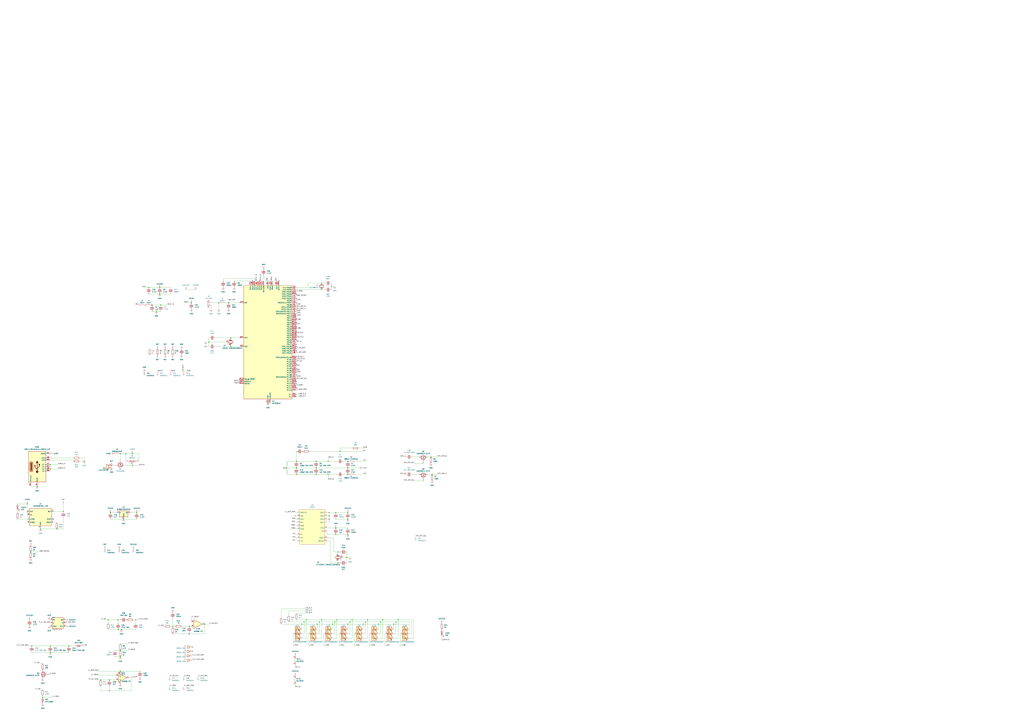
<source format=kicad_sch>
(kicad_sch (version 20250114) (generator "eeschema") (generator_version "9.0")
  (paper "A0")
  (junction (at 125.73 720.09))
  (junction (at 344.17 543.56))
  (junction (at 444.5 720.09))
  (junction (at 242.57 397.51))
  (junction (at 370.84 722.63))
  (junction (at 403.86 551.18))
  (junction (at 367.03 535.94))
  (junction (at 367.03 551.18))
  (junction (at 373.38 720.09))
  (junction (at 139.7 763.27))
  (junction (at 355.6 720.09))
  (junction (at 200.66 727.71))
  (junction (at 403.86 535.94))
  (junction (at 185.42 334.01))
  (junction (at 254 351.79))
  (junction (at 127 802.64))
  (junction (at 389.89 613.41))
  (junction (at 382.27 595.63))
  (junction (at 382.27 603.25))
  (junction (at 332.74 543.56))
  (junction (at 501.65 551.18))
  (junction (at 439.42 725.17))
  (junction (at 186.69 354.33))
  (junction (at 97.79 535.94))
  (junction (at 157.48 720.09))
  (junction (at 58.42 758.19))
  (junction (at 389.89 595.63))
  (junction (at 392.43 641.35))
  (junction (at 49.53 810.26))
  (junction (at 408.94 720.09))
  (junction (at 373.38 336.55))
  (junction (at 127 789.94))
  (junction (at 403.86 603.25))
  (junction (at 367.03 543.56))
  (junction (at 153.67 527.05))
  (junction (at 158.75 595.63))
  (junction (at 403.86 543.56))
  (junction (at 392.43 654.05))
  (junction (at 388.62 722.63))
  (junction (at 31.75 594.36))
  (junction (at 462.28 720.09))
  (junction (at 219.71 727.71))
  (junction (at 403.86 621.03))
  (junction (at 58.42 750.57))
  (junction (at 391.16 720.09))
  (junction (at 421.64 725.17))
  (junction (at 237.49 725.17))
  (junction (at 344.17 535.94))
  (junction (at 176.53 354.33))
  (junction (at 457.2 725.17))
  (junction (at 31.75 585.47))
  (junction (at 139.7 779.78))
  (junction (at 350.52 725.17))
  (junction (at 66.04 614.68))
  (junction (at 406.4 722.63))
  (junction (at 344.17 551.18))
  (junction (at 403.86 595.63))
  (junction (at 36.83 750.57))
  (junction (at 140.97 731.52))
  (junction (at 139.7 527.05))
  (junction (at 500.38 530.86))
  (junction (at 128.27 595.63))
  (junction (at 153.67 541.02))
  (junction (at 181.61 361.95))
  (junction (at 80.01 750.57))
  (junction (at 426.72 720.09))
  (junction (at 146.05 527.05))
  (junction (at 368.3 725.17))
  (junction (at 384.81 332.74))
  (junction (at 73.66 594.36))
  (junction (at 58.42 539.75))
  (junction (at 459.74 722.63))
  (junction (at 222.25 351.79))
  (junction (at 137.16 720.09))
  (junction (at 265.43 351.79))
  (junction (at 311.15 468.63))
  (junction (at 441.96 722.63))
  (junction (at 373.38 328.93))
  (junction (at 389.89 621.03))
  (junction (at 116.84 789.94))
  (junction (at 185.42 341.63))
  (junction (at 424.18 722.63))
  (junction (at 143.51 603.25))
  (junction (at 381 551.18))
  (junction (at 403.86 725.17))
  (junction (at 353.06 722.63))
  (junction (at 219.71 736.6))
  (junction (at 394.97 524.51))
  (junction (at 402.59 647.7))
  (junction (at 137.16 731.52))
  (junction (at 139.7 755.65))
  (junction (at 386.08 725.17))
  (junction (at 35.56 641.35))
  (junction (at 381 535.94))
  (junction (at 172.72 334.01))
  (junction (at 267.97 392.43))
  (junction (at 129.54 541.02))
  (junction (at 267.97 402.59))
  (junction (at 382.27 599.44))
  (junction (at 46.99 614.68))
  (junction (at 43.18 565.15))
  (junction (at 58.42 544.83))
  (no_connect (at 344.17 341.63))
  (no_connect (at 344.17 443.23))
  (no_connect (at 344.17 400.05))
  (no_connect (at 344.17 346.71))
  (no_connect (at 344.17 384.81))
  (no_connect (at 344.17 389.89))
  (no_connect (at 344.17 427.99))
  (no_connect (at 344.17 450.85))
  (no_connect (at 344.17 369.57))
  (no_connect (at 300.99 326.39))
  (no_connect (at 344.17 407.67))
  (no_connect (at 344.17 379.73))
  (no_connect (at 344.17 445.77))
  (no_connect (at 293.37 326.39))
  (no_connect (at 342.9 599.44))
  (no_connect (at 344.17 435.61))
  (no_connect (at 223.52 751.84))
  (no_connect (at 344.17 351.79))
  (no_connect (at 344.17 394.97))
  (no_connect (at 344.17 422.91))
  (no_connect (at 323.85 326.39))
  (no_connect (at 344.17 374.65))
  (no_connect (at 344.17 402.59))
  (no_connect (at 278.13 440.69))
  (no_connect (at 223.52 756.92))
  (no_connect (at 62.23 603.25))
  (wire (pts (xy 391.16 741.68) (xy 391.16 720.09)))
  (wire (pts (xy 342.9 610.87) (xy 345.44 610.87)))
  (wire (pts (xy 375.92 736.6) (xy 375.92 750.57)))
  (wire (pts (xy 151.13 595.63) (xy 158.75 595.63)))
  (wire (pts (xy 332.74 547.37) (xy 332.74 548.64)))
  (wire (pts (xy 500.38 530.86) (xy 508 530.86)))
  (wire (pts (xy 350.52 736.6) (xy 353.06 736.6)))
  (wire (pts (xy 20.32 603.25) (xy 31.75 603.25)))
  (wire (pts (xy 85.09 535.94) (xy 85.09 534.67)))
  (wire (pts (xy 161.29 527.05) (xy 161.29 535.94)))
  (wire (pts (xy 350.52 725.17) (xy 368.3 725.17)))
  (wire (pts (xy 152.4 787.4) (xy 149.86 787.4)))
  (wire (pts (xy 394.97 520.7) (xy 394.97 524.51)))
  (wire (pts (xy 386.08 725.17) (xy 386.08 731.52)))
  (wire (pts (xy 342.9 624.84) (xy 345.44 624.84)))
  (wire (pts (xy 311.15 468.63) (xy 313.69 468.63)))
  (wire (pts (xy 128.27 595.63) (xy 135.89 595.63)))
  (wire (pts (xy 496.57 530.86) (xy 500.38 530.86)))
  (wire (pts (xy 58.42 750.57) (xy 80.01 750.57)))
  (wire (pts (xy 355.6 720.09) (xy 344.17 720.09)))
  (wire (pts (xy 172.72 334.01) (xy 185.42 334.01)))
  (wire (pts (xy 501.65 551.18) (xy 508 551.18)))
  (wire (pts (xy 384.81 328.93) (xy 384.81 332.74)))
  (wire (pts (xy 33.02 750.57) (xy 36.83 750.57)))
  (wire (pts (xy 342.9 614.68) (xy 345.44 614.68)))
  (wire (pts (xy 176.53 361.95) (xy 181.61 361.95)))
  (wire (pts (xy 403.86 543.56) (xy 417.83 543.56)))
  (wire (pts (xy 411.48 535.94) (xy 421.64 535.94)))
  (wire (pts (xy 346.71 461.01) (xy 344.17 461.01)))
  (wire (pts (xy 403.86 736.6) (xy 406.4 736.6)))
  (wire (pts (xy 31.75 585.47) (xy 31.75 594.36)))
  (wire (pts (xy 389.89 613.41) (xy 403.86 613.41)))
  (wire (pts (xy 350.52 731.52) (xy 350.52 725.17)))
  (wire (pts (xy 424.18 736.6) (xy 424.18 722.63)))
  (wire (pts (xy 379.73 607.06) (xy 382.27 607.06)))
  (wire (pts (xy 35.56 565.15) (xy 43.18 565.15)))
  (wire (pts (xy 367.03 543.56) (xy 403.86 543.56)))
  (wire (pts (xy 217.17 431.8) (xy 213.36 431.8)))
  (wire (pts (xy 403.86 725.17) (xy 421.64 725.17)))
  (wire (pts (xy 496.57 551.18) (xy 501.65 551.18)))
  (wire (pts (xy 474.98 731.52) (xy 474.98 725.17)))
  (wire (pts (xy 127 797.56) (xy 127 802.64)))
  (wire (pts (xy 426.72 741.68) (xy 426.72 720.09)))
  (wire (pts (xy 139.7 527.05) (xy 146.05 527.05)))
  (wire (pts (xy 387.35 624.84) (xy 387.35 641.35)))
  (wire (pts (xy 58.42 758.19) (xy 80.01 758.19)))
  (wire (pts (xy 129.54 541.02) (xy 134.62 541.02)))
  (wire (pts (xy 421.64 725.17) (xy 421.64 731.52)))
  (wire (pts (xy 267.97 402.59) (xy 278.13 402.59)))
  (wire (pts (xy 332.74 541.02) (xy 334.01 541.02)))
  (wire (pts (xy 403.86 741.68) (xy 408.94 741.68)))
  (wire (pts (xy 382.27 595.63) (xy 389.89 595.63)))
  (wire (pts (xy 259.08 323.85) (xy 259.08 326.39)))
  (wire (pts (xy 125.73 731.52) (xy 137.16 731.52)))
  (wire (pts (xy 444.5 741.68) (xy 444.5 720.09)))
  (wire (pts (xy 392.43 654.05) (xy 394.97 654.05)))
  (wire (pts (xy 375.92 750.57) (xy 377.19 750.57)))
  (wire (pts (xy 447.04 736.6) (xy 447.04 750.57)))
  (wire (pts (xy 176.53 354.33) (xy 186.69 354.33)))
  (wire (pts (xy 439.42 725.17) (xy 421.64 725.17)))
  (wire (pts (xy 332.74 551.18) (xy 344.17 551.18)))
  (wire (pts (xy 146.05 535.94) (xy 146.05 527.05)))
  (wire (pts (xy 36.83 750.57) (xy 58.42 750.57)))
  (wire (pts (xy 157.48 720.09) (xy 157.48 723.9)))
  (wire (pts (xy 73.66 585.47) (xy 73.66 594.36)))
  (wire (pts (xy 332.74 541.02) (xy 332.74 543.56)))
  (wire (pts (xy 370.84 722.63) (xy 353.06 722.63)))
  (wire (pts (xy 382.27 599.44) (xy 382.27 595.63)))
  (wire (pts (xy 267.97 392.43) (xy 278.13 392.43)))
  (wire (pts (xy 97.79 535.94) (xy 92.71 535.94)))
  (wire (pts (xy 123.19 720.09) (xy 125.73 720.09)))
  (wire (pts (xy 388.62 722.63) (xy 370.84 722.63)))
  (wire (pts (xy 254 359.41) (xy 254 351.79)))
  (wire (pts (xy 426.72 720.09) (xy 408.94 720.09)))
  (wire (pts (xy 85.09 534.67) (xy 58.42 534.67)))
  (wire (pts (xy 464.82 736.6) (xy 464.82 750.57)))
  (wire (pts (xy 389.89 621.03) (xy 403.86 621.03)))
  (wire (pts (xy 382.27 607.06) (xy 382.27 603.25)))
  (wire (pts (xy 73.66 601.98) (xy 73.66 614.68)))
  (wire (pts (xy 332.74 548.64) (xy 334.01 548.64)))
  (wire (pts (xy 137.16 723.9) (xy 137.16 720.09)))
  (wire (pts (xy 367.03 551.18) (xy 381 551.18)))
  (wire (pts (xy 477.52 722.63) (xy 459.74 722.63)))
  (wire (pts (xy 335.28 709.93) (xy 354.33 709.93)))
  (wire (pts (xy 411.48 736.6) (xy 411.48 750.57)))
  (wire (pts (xy 350.52 741.68) (xy 355.6 741.68)))
  (wire (pts (xy 250.19 402.59) (xy 267.97 402.59)))
  (wire (pts (xy 411.48 750.57) (xy 412.75 750.57)))
  (wire (pts (xy 358.14 750.57) (xy 359.41 750.57)))
  (wire (pts (xy 344.17 524.51) (xy 344.17 535.94)))
  (wire (pts (xy 355.6 741.68) (xy 355.6 720.09)))
  (wire (pts (xy 373.38 336.55) (xy 377.19 336.55)))
  (wire (pts (xy 80.01 750.57) (xy 87.63 750.57)))
  (wire (pts (xy 381 551.18) (xy 381 557.53)))
  (wire (pts (xy 140.97 731.52) (xy 157.48 731.52)))
  (wire (pts (xy 373.38 741.68) (xy 373.38 720.09)))
  (wire (pts (xy 513.08 739.14) (xy 513.08 744.22)))
  (wire (pts (xy 393.7 750.57) (xy 394.97 750.57)))
  (wire (pts (xy 334.01 549.91) (xy 332.74 549.91)))
  (wire (pts (xy 457.2 731.52) (xy 457.2 725.17)))
  (wire (pts (xy 143.51 603.25) (xy 158.75 603.25)))
  (wire (pts (xy 245.11 351.79) (xy 254 351.79)))
  (wire (pts (xy 219.71 736.6) (xy 237.49 736.6)))
  (wire (pts (xy 127 789.94) (xy 134.62 789.94)))
  (wire (pts (xy 127 802.64) (xy 152.4 802.64)))
  (wire (pts (xy 344.17 543.56) (xy 367.03 543.56)))
  (wire (pts (xy 185.42 341.63) (xy 198.12 341.63)))
  (wire (pts (xy 332.74 543.56) (xy 344.17 543.56)))
  (wire (pts (xy 342.9 603.25) (xy 345.44 603.25)))
  (wire (pts (xy 57.15 720.09) (xy 58.42 720.09)))
  (wire (pts (xy 421.64 524.51) (xy 394.97 524.51)))
  (wire (pts (xy 62.23 607.06) (xy 66.04 607.06)))
  (wire (pts (xy 172.72 341.63) (xy 185.42 341.63)))
  (wire (pts (xy 58.42 539.75) (xy 67.31 539.75)))
  (wire (pts (xy 481.33 538.48) (xy 491.49 538.48)))
  (wire (pts (xy 416.56 520.7) (xy 421.64 520.7)))
  (wire (pts (xy 368.3 736.6) (xy 370.84 736.6)))
  (wire (pts (xy 20.32 585.47) (xy 31.75 585.47)))
  (wire (pts (xy 381 535.94) (xy 391.16 535.94)))
  (wire (pts (xy 114.3 779.78) (xy 139.7 779.78)))
  (wire (pts (xy 381 532.13) (xy 381 535.94)))
  (wire (pts (xy 219.71 727.71) (xy 222.25 727.71)))
  (wire (pts (xy 411.48 551.18) (xy 421.64 551.18)))
  (wire (pts (xy 262.89 397.51) (xy 242.57 397.51)))
  (wire (pts (xy 477.52 736.6) (xy 477.52 722.63)))
  (wire (pts (xy 388.62 736.6) (xy 388.62 722.63)))
  (wire (pts (xy 389.89 595.63) (xy 403.86 595.63)))
  (wire (pts (xy 406.4 722.63) (xy 388.62 722.63)))
  (wire (pts (xy 237.49 736.6) (xy 237.49 725.17)))
  (wire (pts (xy 342.9 599.44) (xy 345.44 599.44)))
  (wire (pts (xy 368.3 725.17) (xy 386.08 725.17)))
  (wire (pts (xy 334.01 539.75) (xy 332.74 539.75)))
  (wire (pts (xy 344.17 334.01) (xy 358.14 334.01)))
  (wire (pts (xy 379.73 621.03) (xy 389.89 621.03)))
  (wire (pts (xy 478.79 530.86) (xy 486.41 530.86)))
  (wire (pts (xy 332.74 539.75) (xy 332.74 538.48)))
  (wire (pts (xy 478.79 551.18) (xy 486.41 551.18)))
  (wire (pts (xy 424.18 722.63) (xy 406.4 722.63)))
  (wire (pts (xy 210.82 727.71) (xy 219.71 727.71)))
  (wire (pts (xy 439.42 741.68) (xy 444.5 741.68)))
  (wire (pts (xy 242.57 397.51) (xy 242.57 392.43)))
  (wire (pts (xy 439.42 731.52) (xy 439.42 725.17)))
  (wire (pts (xy 342.9 772.16) (xy 342.9 775.97)))
  (wire (pts (xy 116.84 797.56) (xy 116.84 802.64)))
  (wire (pts (xy 200.66 727.71) (xy 200.66 728.98)))
  (wire (pts (xy 358.14 334.01) (xy 358.14 328.93)))
  (wire (pts (xy 457.2 736.6) (xy 459.74 736.6)))
  (wire (pts (xy 386.08 736.6) (xy 388.62 736.6)))
  (wire (pts (xy 153.67 541.02) (xy 161.29 541.02)))
  (wire (pts (xy 261.62 351.79) (xy 265.43 351.79)))
  (wire (pts (xy 379.73 624.84) (xy 387.35 624.84)))
  (wire (pts (xy 66.04 614.68) (xy 73.66 614.68)))
  (wire (pts (xy 384.81 332.74) (xy 384.81 336.55)))
  (wire (pts (xy 265.43 349.25) (xy 265.43 351.79)))
  (wire (pts (xy 125.73 720.09) (xy 137.16 720.09)))
  (wire (pts (xy 332.74 537.21) (xy 332.74 535.94)))
  (wire (pts (xy 222.25 717.55) (xy 222.25 722.63)))
  (wire (pts (xy 421.64 736.6) (xy 424.18 736.6)))
  (wire (pts (xy 335.28 715.01) (xy 335.28 709.93)))
  (wire (pts (xy 358.14 736.6) (xy 358.14 750.57)))
  (wire (pts (xy 406.4 736.6) (xy 406.4 722.63)))
  (wire (pts (xy 373.38 720.09) (xy 355.6 720.09)))
  (wire (pts (xy 382.27 595.63) (xy 379.73 595.63)))
  (wire (pts (xy 474.98 725.17) (xy 457.2 725.17)))
  (wire (pts (xy 31.75 594.36) (xy 31.75 598.17)))
  (wire (pts (xy 238.76 397.51) (xy 242.57 397.51)))
  (wire (pts (xy 444.5 720.09) (xy 426.72 720.09)))
  (wire (pts (xy 144.78 541.02) (xy 153.67 541.02)))
  (wire (pts (xy 474.98 736.6) (xy 477.52 736.6)))
  (wire (pts (xy 116.84 802.64) (xy 127 802.64)))
  (wire (pts (xy 92.71 532.13) (xy 97.79 532.13)))
  (wire (pts (xy 462.28 720.09) (xy 444.5 720.09)))
  (wire (pts (xy 344.17 551.18) (xy 367.03 551.18)))
  (wire (pts (xy 58.42 539.75) (xy 58.42 542.29)))
  (wire (pts (xy 393.7 736.6) (xy 393.7 750.57)))
  (wire (pts (xy 342.9 795.02) (xy 342.9 798.83)))
  (wire (pts (xy 36.83 758.19) (xy 58.42 758.19)))
  (wire (pts (xy 128.27 603.25) (xy 143.51 603.25)))
  (wire (pts (xy 340.36 750.57) (xy 341.63 750.57)))
  (wire (pts (xy 340.36 736.6) (xy 340.36 750.57)))
  (wire (pts (xy 370.84 736.6) (xy 370.84 722.63)))
  (wire (pts (xy 46.99 614.68) (xy 66.04 614.68)))
  (wire (pts (xy 447.04 750.57) (xy 448.31 750.57)))
  (wire (pts (xy 387.35 641.35) (xy 392.43 641.35)))
  (wire (pts (xy 58.42 532.13) (xy 85.09 532.13)))
  (wire (pts (xy 391.16 720.09) (xy 373.38 720.09)))
  (wire (pts (xy 267.97 392.43) (xy 267.97 393.7)))
  (wire (pts (xy 457.2 725.17) (xy 439.42 725.17)))
  (wire (pts (xy 344.17 535.94) (xy 367.03 535.94)))
  (wire (pts (xy 408.94 520.7) (xy 394.97 520.7)))
  (wire (pts (xy 326.39 707.39) (xy 354.33 707.39)))
  (wire (pts (xy 368.3 725.17) (xy 368.3 731.52)))
  (wire (pts (xy 344.17 712.47) (xy 354.33 712.47)))
  (wire (pts (xy 373.38 328.93) (xy 377.19 328.93)))
  (wire (pts (xy 474.98 741.68) (xy 480.06 741.68)))
  (wire (pts (xy 386.08 741.68) (xy 391.16 741.68)))
  (wire (pts (xy 218.44 351.79) (xy 222.25 351.79)))
  (wire (pts (xy 334.01 546.1) (xy 334.01 547.37)))
  (wire (pts (xy 429.26 750.57) (xy 430.53 750.57)))
  (wire (pts (xy 137.16 731.52) (xy 140.97 731.52)))
  (wire (pts (xy 250.19 392.43) (xy 267.97 392.43)))
  (wire (pts (xy 384.81 332.74) (xy 388.62 332.74)))
  (wire (pts (xy 326.39 717.55) (xy 326.39 707.39)))
  (wire (pts (xy 219.71 736.6) (xy 219.71 735.33)))
  (wire (pts (xy 459.74 722.63) (xy 441.96 722.63)))
  (wire (pts (xy 342.9 595.63) (xy 345.44 595.63)))
  (wire (pts (xy 139.7 748.03) (xy 148.59 748.03)))
  (wire (pts (xy 398.78 551.18) (xy 403.86 551.18)))
  (wire (pts (xy 49.53 808.99) (xy 49.53 810.26)))
  (wire (pts (xy 402.59 641.35) (xy 402.59 647.7)))
  (wire (pts (xy 200.66 718.82) (xy 200.66 727.71)))
  (wire (pts (xy 332.74 549.91) (xy 332.74 551.18)))
  (wire (pts (xy 139.7 527.05) (xy 139.7 533.4)))
  (wire (pts (xy 154.94 720.09) (xy 157.48 720.09)))
  (wire (pts (xy 295.91 323.85) (xy 259.08 323.85)))
  (wire (pts (xy 45.72 770.89) (xy 49.53 770.89)))
  (wire (pts (xy 394.97 524.51) (xy 359.41 524.51)))
  (wire (pts (xy 311.15 326.39) (xy 313.69 326.39)))
  (wire (pts (xy 57.15 727.71) (xy 58.42 727.71)))
  (wire (pts (xy 168.91 334.01) (xy 172.72 334.01)))
  (wire (pts (xy 441.96 722.63) (xy 424.18 722.63)))
  (wire (pts (xy 332.74 535.94) (xy 344.17 535.94)))
  (wire (pts (xy 267.97 401.32) (xy 267.97 402.59)))
  (wire (pts (xy 429.26 736.6) (xy 429.26 750.57)))
  (wire (pts (xy 334.01 538.48) (xy 334.01 537.21)))
  (wire (pts (xy 35.56 641.35) (xy 45.72 641.35)))
  (wire (pts (xy 480.06 720.09) (xy 462.28 720.09)))
  (wire (pts (xy 379.73 599.44) (xy 382.27 599.44)))
  (wire (pts (xy 379.73 613.41) (xy 389.89 613.41)))
  (wire (pts (xy 398.78 535.94) (xy 403.86 535.94)))
  (wire (pts (xy 459.74 736.6) (xy 459.74 722.63)))
  (wire (pts (xy 116.84 789.94) (xy 127 789.94)))
  (wire (pts (xy 334.01 547.37) (xy 332.74 547.37)))
  (wire (pts (xy 265.43 351.79) (xy 278.13 351.79)))
  (wire (pts (xy 58.42 544.83) (xy 58.42 547.37)))
  (wire (pts (xy 408.94 741.68) (xy 408.94 720.09)))
  (wire (pts (xy 114.3 789.94) (xy 116.84 789.94)))
  (wire (pts (xy 392.43 641.35) (xy 392.43 643.89)))
  (wire (pts (xy 406.4 647.7) (xy 402.59 647.7)))
  (wire (pts (xy 402.59 647.7) (xy 402.59 654.05)))
  (wire (pts (xy 139.7 755.65) (xy 148.59 755.65)))
  (wire (pts (xy 200.66 727.71) (xy 198.12 727.71)))
  (wire (pts (xy 114.3 784.86) (xy 134.62 784.86)))
  (wire (pts (xy 46.99 801.37) (xy 49.53 801.37)))
  (wire (pts (xy 200.66 736.6) (xy 219.71 736.6)))
  (wire (pts (xy 408.94 720.09) (xy 391.16 720.09)))
  (wire (pts (xy 481.33 558.8) (xy 491.49 558.8)))
  (wire (pts (xy 342.9 607.06) (xy 345.44 607.06)))
  (wire (pts (xy 392.43 641.35) (xy 394.97 641.35)))
  (wire (pts (xy 480.06 741.68) (xy 480.06 720.09)))
  (wire (pts (xy 133.35 763.27) (xy 139.7 763.27)))
  (wire (pts (xy 125.73 723.9) (xy 125.73 720.09)))
  (wire (pts (xy 464.82 750.57) (xy 466.09 750.57)))
  (wire (pts (xy 245.11 359.41) (xy 245.11 354.33)))
  (wire (pts (xy 20.32 593.09) (xy 20.32 595.63)))
  (wire (pts (xy 62.23 594.36) (xy 73.66 594.36)))
  (wire (pts (xy 346.71 458.47) (xy 344.17 458.47)))
  (wire (pts (xy 139.7 779.78) (xy 162.56 779.78)))
  (wire (pts (xy 146.05 527.05) (xy 153.67 527.05)))
  (wire (pts (xy 133.35 755.65) (xy 139.7 755.65)))
  (wire (pts (xy 441.96 736.6) (xy 441.96 722.63)))
  (wire (pts (xy 271.78 326.39) (xy 290.83 326.39)))
  (wire (pts (xy 181.61 361.95) (xy 186.69 361.95)))
  (wire (pts (xy 137.16 720.09) (xy 139.7 720.09)))
  (wire (pts (xy 462.28 741.68) (xy 462.28 720.09)))
  (wire (pts (xy 381 551.18) (xy 391.16 551.18)))
  (wire (pts (xy 358.14 328.93) (xy 373.38 328.93)))
  (wire (pts (xy 382.27 603.25) (xy 382.27 599.44)))
  (wire (pts (xy 153.67 527.05) (xy 161.29 527.05)))
  (wire (pts (xy 353.06 722.63) (xy 335.28 722.63)))
  (wire (pts (xy 439.42 736.6) (xy 441.96 736.6)))
  (wire (pts (xy 306.07 320.04) (xy 306.07 326.39)))
  (wire (pts (xy 397.51 647.7) (xy 402.59 647.7)))
  (wire (pts (xy 185.42 334.01) (xy 198.12 334.01)))
  (wire (pts (xy 332.74 543.56) (xy 332.74 546.1)))
  (wire (pts (xy 186.69 354.33) (xy 194.31 354.33)))
  (wire (pts (xy 344.17 336.55) (xy 373.38 336.55)))
  (wire (pts (xy 379.73 603.25) (xy 382.27 603.25)))
  (wire (pts (xy 46.99 613.41) (xy 46.99 614.68)))
  (wire (pts (xy 353.06 736.6) (xy 353.06 722.63)))
  (wire (pts (xy 367.03 535.94) (xy 381 535.94)))
  (wire (pts (xy 392.43 651.51) (xy 392.43 654.05)))
  (wire (pts (xy 332.74 546.1) (xy 334.01 546.1)))
  (wire (pts (xy 326.39 725.17) (xy 350.52 725.17)))
  (wire (pts (xy 332.74 538.48) (xy 334.01 538.48)))
  (wire (pts (xy 295.91 326.39) (xy 295.91 323.85)))
  (wire (pts (xy 379.73 617.22) (xy 379.73 621.03)))
  (wire (pts (xy 215.9 336.55) (xy 227.33 336.55)))
  (wire (pts (xy 203.2 727.71) (xy 200.66 727.71)))
  (wire (pts (xy 389.89 603.25) (xy 403.86 603.25)))
  (wire (pts (xy 58.42 544.83) (xy 67.31 544.83)))
  (wire (pts (xy 334.01 548.64) (xy 334.01 549.91)))
  (wire (pts (xy 49.53 810.26) (xy 60.96 810.26)))
  (wire (pts (xy 386.08 725.17) (xy 403.86 725.17)))
  (wire (pts (xy 383.54 654.05) (xy 392.43 654.05)))
  (wire (pts (xy 342.9 628.65) (xy 345.44 628.65)))
  (wire (pts (xy 379.73 628.65) (xy 383.54 628.65)))
  (wire (pts (xy 97.79 532.13) (xy 97.79 535.94)))
  (wire (pts (xy 342.9 621.03) (xy 345.44 621.03)))
  (wire (pts (xy 242.57 397.51) (xy 242.57 402.59)))
  (wire (pts (xy 334.01 541.02) (xy 334.01 539.75)))
  (wire (pts (xy 403.86 731.52) (xy 403.86 725.17)))
  (wire (pts (xy 157.48 720.09) (xy 160.02 720.09)))
  (wire (pts (xy 152.4 802.64) (xy 152.4 787.4)))
  (wire (pts (xy 368.3 741.68) (xy 373.38 741.68)))
  (wire (pts (xy 457.2 741.68) (xy 462.28 741.68)))
  (wire (pts (xy 421.64 741.68) (xy 426.72 741.68)))
  (wire (pts (xy 237.49 725.17) (xy 242.57 725.17)))
  (wire (pts (xy 334.01 537.21) (xy 332.74 537.21)))
  (wire (pts (xy 383.54 628.65) (xy 383.54 654.05)))
  (label "LF_RSSI" (at 344.17 339.09 0))
  (label "DEC4-6" (at 298.45 326.39 90))
  (label "LED3" (at 377.19 750.57 0))
  (label "VDD" (at 311.15 326.39 90))
  (label "COIL" (at 332.74 544.83 180))
  (label "LED6" (at 344.17 372.11 0))
  (label "KEY_A" (at 344.17 397.51 0))
  (label "LED_B_H" (at 213.36 431.8 90))
  (label "LF_OA" (at 95.25 750.57 0))
  (label "VBAT_SENSE" (at 45.72 641.35 0))
  (label "SW10" (at 198.12 431.8 0))
  (label "P_LF_ANT_DRV" (at 58.42 723.9 180))
  (label "SWDIO" (at 278.13 445.77 180))
  (label "VBAT_SENSE" (at 344.17 344.17 0))
  (label "LED_G_H" (at 354.33 709.93 0))
  (label "LF_AMP_PWR" (at 213.36 797.56 0))
  (label "TX1" (at 342.9 628.65 180))
  (label "LED4" (at 344.17 364.49 0))
  (label "LF_AMP_PWR" (at 344.17 453.39 0))
  (label "LF_MOD" (at 344.17 448.31 0))
  (label "USB_D_P" (at 346.71 461.01 0))
  (label "LF_MOD" (at 213.36 786.13 0))
  (label "LF_ANT_DRV" (at 344.17 410.21 0))
  (label "LF_RSSI" (at 196.85 797.56 0))
  (label "SCK" (at 342.9 607.06 180))
  (label "LF_AMP_PWR" (at 342.9 595.63 180))
  (label "NFC_NRF_A" (at 344.17 359.41 0))
  (label "MOSI" (at 342.9 610.87 180))
  (label "NFC_ANT_SEL" (at 481.33 538.48 180))
  (label "LED5" (at 344.17 367.03 0))
  (label "SWCLK" (at 278.13 443.23 180))
  (label "VDD" (at 168.91 334.01 180))
  (label "COIL_B" (at 381 557.53 0))
  (label "LED1" (at 344.17 349.25 0))
  (label "LF_AMP_PWR" (at 148.59 748.03 0))
  (label "KEY_B" (at 344.17 420.37 0))
  (label "LED_FIELD" (at 344.17 417.83 0))
  (label "DCC" (at 321.31 326.39 90))
  (label "MISO" (at 342.9 614.68 180))
  (label "VBUS" (at 218.44 351.79 180))
  (label "LF_ANT_DRV" (at 76.2 723.9 0))
  (label "NFC_ANT_SEL" (at 482.6 623.57 0))
  (label "P_LF_ANT_DRV" (at 223.52 762 0))
  (label "MIXVIN" (at 161.29 541.02 0))
  (label "KEY_B" (at 342.9 798.83 0))
  (label "TX2" (at 421.64 551.18 0))
  (label "LF_OA" (at 46.99 801.37 180))
  (label "LED4" (at 394.97 750.57 0))
  (label "LF_ANT_DRV" (at 229.87 786.13 0))
  (label "LF_Evn_Dete" (at 160.02 720.09 0))
  (label "NSS" (at 344.17 430.53 0))
  (label "USB_D_P" (at 67.31 544.83 0))
  (label "RX" (at 342.9 621.03 180))
  (label "SCK" (at 344.17 425.45 0))
  (label "COIL_A" (at 471.17 530.86 180))
  (label "VBUS" (at 316.23 326.39 90))
  (label "LED_B_H" (at 344.17 415.29 0))
  (label "LED_B_H" (at 354.33 712.47 0))
  (label "MOSI" (at 344.17 433.07 0))
  (label "LF_OA_OUT" (at 196.85 786.13 0))
  (label "BLE_ANT" (at 265.43 349.25 0))
  (label "LED_R_H" (at 344.17 392.43 0))
  (label "LF_O1A" (at 152.4 787.4 0))
  (label "LF_AMP_PWR" (at 114.3 779.78 180))
  (label "USB_D_N" (at 67.31 539.75 0))
  (label "LED8" (at 466.09 750.57 0))
  (label "TX2" (at 342.9 624.84 180))
  (label "LF_Env_Dete" (at 114.3 789.94 180))
  (label "LED5" (at 412.75 750.57 0))
  (label "RX" (at 421.64 524.51 0))
  (label "NFC_NRF_B" (at 508 530.86 0))
  (label "NFC_ANT_SEL" (at 344.17 440.69 0))
  (label "P_LF_ANT_RAW" (at 223.52 767.08 0))
  (label "COIL_B" (at 471.17 551.18 180))
  (label "MISO" (at 344.17 361.95 0))
  (label "LF_VBIAS" (at 148.59 755.65 0))
  (label "LED2" (at 344.17 354.33 0))
  (label "LED7" (at 344.17 377.19 0))
  (label "LED1" (at 341.63 750.57 0))
  (label "LF_MOD" (at 57.15 783.59 0))
  (label "SWCLK" (at 182.88 431.8 0))
  (label "LF_RSSI" (at 60.96 810.26 0))
  (label "NFC_NRF_A" (at 508 551.18 0))
  (label "SW0" (at 217.17 431.8 0))
  (label "LED6" (at 430.53 750.57 0))
  (label "DEC4-6" (at 194.31 354.33 0))
  (label "COIL_A" (at 381 532.13 0))
  (label "KEY_A" (at 342.9 775.97 0))
  (label "LED2" (at 359.41 750.57 0))
  (label "NFC_ANT_SEL" (at 481.33 558.8 180))
  (label "LED3" (at 344.17 438.15 0))
  (label "LED_R_H" (at 354.33 707.39 0))
  (label "LF_OA" (at 45.72 770.89 180))
  (label "LF_OA_OUT" (at 344.17 405.13 0))
  (label "VMID" (at 421.64 520.7 0))
  (label "USB_D_N" (at 346.71 458.47 0))
  (label "TX1" (at 421.64 535.94 0))
  (label "LF_OA_OUT" (at 242.57 725.17 0))
  (label "LF_OA" (at 123.19 720.09 180))
  (label "LED7" (at 448.31 750.57 0))
  (label "LED8" (at 344.17 382.27 0))
  (label "P_LF_ANT_RAW" (at 33.02 750.57 180))
  (label "LEDFIELD" (at 513.08 744.22 0))
  (label "DCC" (at 161.29 354.33 180))
  (label "LED_G_H" (at 344.17 387.35 0))
  (label "LF_OA1" (at 190.5 727.71 180))
  (label "LF_VBIAS" (at 222.25 717.55 0))
  (label "NFC_NRF_B" (at 344.17 356.87 0))
  (label "DEC4-6" (at 303.53 326.39 90))
  (label "LF_VBIAS" (at 114.3 784.86 180))
  (label "NSS" (at 342.9 603.25 180))
  (symbol (lib_id "Device:R") (at 125.73 727.71 0) (unit 1)
    (property "Reference" "R13" (at 128.27 726.4399 0) (effects (justify left)))
    (property "Value" "470K" (at 128.27 728.9799 0) (effects (justify left)))
    (property "Description" "Resistor" (effects (hide yes)))
  )
  (symbol (lib_id "Amplifier_Operational:OPA2196xDGK") (at 142.24 787.4 0) (unit 3)
    (property "Reference" "IC1" (at 140.716 783.336 0) (effects (justify left)))
    (property "Value" "GS358-FR" (at 141.224 791.718 0) (effects (justify left)))
    (property "Footprint" "Package_SO:VSSOP-8_3x3mm_P0.65mm" (effects (hide yes)))
    (property "Datasheet" "http://www.ti.com/lit/ds/symlink/opa4196.pdf" (effects (hide yes)))
    (property "Description" "Dual, Low-Power, Low Offset Voltage, Rail-to-Rail Operational Amplifier, VSSOP-8" (effects (hide yes)))
  )
  (symbol (lib_id "Device:C") (at 158.75 599.44 0) (unit 1)
    (property "Reference" "C46" (at 162.56 598.1699 0) (effects (justify left)))
    (property "Value" "4.7uF" (at 162.56 600.7099 0) (effects (justify left)))
    (property "Description" "Unpolarized capacitor" (effects (hide yes)))
  )
  (symbol (lib_id "Device:C") (at 347.98 524.51 90) (unit 1)
    (property "Reference" "C3" (at 347.98 516.89 90))
    (property "Value" "100nF" (at 347.98 519.43 90))
    (property "Description" "Unpolarized capacitor" (effects (hide yes)))
  )
  (symbol (lib_id "power:VCC") (at 191.77 405.13 0) (unit 1)
    (property "Reference" "#PWR061" (effects (hide yes)))
    (property "Value" "BAT" (at 191.77 400.05 0))
    (property "Description" "Power symbol creates a global label with name \"VCC\"" (effects (hide yes)))
  )
  (symbol (lib_id "Device:C") (at 271.78 330.2 0) (unit 1)
    (property "Reference" "C8" (at 275.59 328.9299 0) (effects (justify left)))
    (property "Value" "100nF" (at 275.59 331.4699 0) (effects (justify left)))
    (property "Description" "Unpolarized capacitor" (effects (hide yes)))
  )
  (symbol (lib_id "power:+3.3V") (at 58.42 527.05 270) (unit 1)
    (property "Reference" "#PWR05" (effects (hide yes)))
    (property "Value" "VUSB" (at 62.23 527.0499 90) (effects (justify left)))
    (property "Description" "Power symbol creates a global label with name \"+3.3V\"" (effects (hide yes)))
  )
  (symbol (lib_id "Connector:TestPoint") (at 138.43 637.54 180) (unit 1)
    (property "Reference" "TP5" (at 140.97 639.5719 0) (effects (justify right)))
    (property "Value" "TestPoint" (at 140.97 642.1119 0) (effects (justify right)))
    (property "Description" "test point" (effects (hide yes)))
  )
  (symbol (lib_id "Connector:TestPoint") (at 229.87 786.13 180) (unit 1)
    (property "Reference" "TP10" (at 232.41 788.1619 0) (effects (justify right)))
    (property "Value" "TestPoint" (at 232.41 790.7019 0) (effects (justify right)))
    (property "Description" "test point" (effects (hide yes)))
  )
  (symbol (lib_id "power:GND") (at 210.82 405.13 180) (unit 1)
    (property "Reference" "#PWR067" (effects (hide yes)))
    (property "Value" "GND" (at 210.82 400.05 0))
    (property "Description" "Power symbol creates a global label with name \"GND\" , ground" (effects (hide yes)))
  )
  (symbol (lib_id "power:GND") (at 306.07 312.42 180) (unit 1)
    (property "Reference" "#PWR048" (effects (hide yes)))
    (property "Value" "GND" (at 306.07 307.34 0))
    (property "Description" "Power symbol creates a global label with name \"GND\" , ground" (effects (hide yes)))
  )
  (symbol (lib_id "power:VCC") (at 76.2 720.09 270) (unit 1)
    (property "Reference" "#PWR013" (effects (hide yes)))
    (property "Value" "VCC3.3V" (at 80.01 720.0899 90) (effects (justify left)))
    (property "Description" "Power symbol creates a global label with name \"VCC\"" (effects (hide yes)))
  )
  (symbol (lib_id "Device:C") (at 127 793.75 0) (unit 1)
    (property "Reference" "C38" (at 130.81 792.4799 0) (effects (justify left)))
    (property "Value" "1nF" (at 130.81 795.0199 0) (effects (justify left)))
    (property "Description" "Unpolarized capacitor" (effects (hide yes)))
  )
  (symbol (lib_id "power:GND") (at 500.38 538.48 0) (unit 1)
    (property "Reference" "#PWR046" (effects (hide yes)))
    (property "Value" "GND" (at 500.38 543.56 0))
    (property "Description" "Power symbol creates a global label with name \"GND\" , ground" (effects (hide yes)))
  )
  (symbol (lib_id "Device:Q_NMOS") (at 52.07 783.59 0) (mirror y) (unit 1)
    (property "Reference" "Q3" (at 45.72 782.3199 0) (effects (justify left)))
    (property "Value" "WNM3013-3/TR" (at 45.72 784.8599 0) (effects (justify left)))
    (property "Description" "N-MOSFET transistor" (effects (hide yes)))
  )
  (symbol (lib_id "Amplifier_Operational:OPA2196xDGK") (at 142.24 787.4 0) (unit 1)
    (property "Reference" "IC1" (at 142.748 781.558 0))
    (property "Value" "GS358-FR" (effects (hide yes)))
    (property "Footprint" "Package_SO:VSSOP-8_3x3mm_P0.65mm" (effects (hide yes)))
    (property "Datasheet" "http://www.ti.com/lit/ds/symlink/opa4196.pdf" (effects (hide yes)))
    (property "Description" "Dual, Low-Power, Low Offset Voltage, Rail-to-Rail Operational Amplifier, VSSOP-8" (effects (hide yes)))
  )
  (symbol (lib_id "Device:C") (at 381 328.93 90) (unit 1)
    (property "Reference" "C16" (at 381 321.31 90))
    (property "Value" "6pF" (at 381 323.85 90))
    (property "Description" "Unpolarized capacitor" (effects (hide yes)))
  )
  (symbol (lib_id "power:GND") (at 143.51 603.25 0) (unit 1)
    (property "Reference" "#PWR034" (effects (hide yes)))
    (property "Value" "GND" (at 143.51 608.33 0))
    (property "Description" "Power symbol creates a global label with name \"GND\" , ground" (effects (hide yes)))
  )
  (symbol (lib_id "power:GND") (at 222.25 359.41 0) (unit 1)
    (property "Reference" "#PWR057" (effects (hide yes)))
    (property "Value" "GND" (at 222.25 364.49 0))
    (property "Description" "Power symbol creates a global label with name \"GND\" , ground" (effects (hide yes)))
  )
  (symbol (lib_id "Device:C") (at 198.12 337.82 0) (unit 1)
    (property "Reference" "C27" (at 201.93 336.5499 0) (effects (justify left)))
    (property "Value" "100nF" (at 201.93 339.0899 0) (effects (justify left)))
    (property "Description" "Unpolarized capacitor" (effects (hide yes)))
  )
  (symbol (lib_id "Device:C") (at 394.97 551.18 270) (mirror x) (unit 1)
    (property "Reference" "C15" (at 394.97 558.8 90))
    (property "Value" "47pF" (at 394.97 556.26 90))
    (property "Description" "Unpolarized capacitor" (effects (hide yes)))
  )
  (symbol (lib_id "power:VCC") (at 389.89 613.41 0) (unit 1)
    (property "Reference" "#PWR044" (effects (hide yes)))
    (property "Value" "VMID" (at 389.89 608.33 0))
    (property "Description" "Power symbol creates a global label with name \"VCC\"" (effects (hide yes)))
  )
  (symbol (lib_id "Device:C") (at 128.27 599.44 0) (unit 1)
    (property "Reference" "C45" (at 132.08 598.1699 0) (effects (justify left)))
    (property "Value" "1uF" (at 132.08 600.7099 0) (effects (justify left)))
    (property "Description" "Unpolarized capacitor" (effects (hide yes)))
  )
  (symbol (lib_id "power:GND") (at 139.7 795.02 0) (unit 1)
    (property "Reference" "#PWR019" (effects (hide yes)))
    (property "Value" "GND" (at 139.7 800.1 0))
    (property "Description" "Power symbol creates a global label with name \"GND\" , ground" (effects (hide yes)))
  )
  (symbol (lib_id "Battery_Management:LGS4056HDA-420") (at 46.99 600.71 0) (unit 1)
    (property "Reference" "U4" (at 46.99 585.47 0))
    (property "Value" "LGS4056HDA-420" (at 46.99 588.01 0))
    (property "Datasheet" "https://lcsc.com/product-detail/Battery-Management_Legend-Si-LGS4056HDA_C5124109.html?s_z=n_lgs4056hda" (effects (hide yes)))
    (property "Description" "Charger" (effects (hide yes)))
  )
  (symbol (lib_id "Device:R") (at 66.04 610.87 0) (unit 1)
    (property "Reference" "R26" (at 68.58 609.5999 0) (effects (justify left)))
    (property "Value" "20K" (at 68.58 612.1399 0) (effects (justify left)))
    (property "Description" "Resistor" (effects (hide yes)))
  )
  (symbol (lib_id "Connector_Generic:Conn_01x02") (at 124.46 543.56 180) (unit 1)
    (property "Reference" "JP1" (at 120.904 544.068 0))
    (property "Value" "Conn_01x02" (at 120.396 546.1 0))
    (property "Footprint" "Connector_PinHeader_1.00mm:PinHeader_1x02_P1.00mm_Vertical" (effects (hide yes)))
    (property "Description" "Generic connector, single row, 01x02, script generated (kicad-library-utils/schlib/autogen/connector/)" (effects (hide yes)))
  )
  (symbol (lib_id "Device:C") (at 403.86 539.75 0) (unit 1)
    (property "Reference" "C7" (at 407.67 538.4799 0) (effects (justify left)))
    (property "Value" "47pF" (at 407.67 541.0199 0) (effects (justify left)))
    (property "Description" "Unpolarized capacitor" (effects (hide yes)))
  )
  (symbol (lib_id "power:GND") (at 403.86 603.25 0) (unit 1)
    (property "Reference" "#PWR042" (effects (hide yes)))
    (property "Value" "GND" (at 403.86 608.33 0))
    (property "Description" "Power symbol creates a global label with name \"GND\" , ground" (effects (hide yes)))
  )
  (symbol (lib_id "power:VCC") (at 153.67 527.05 0) (unit 1)
    (property "Reference" "#PWR033" (effects (hide yes)))
    (property "Value" "VCC5V" (at 153.67 521.97 0))
    (property "Description" "Power symbol creates a global label with name \"VCC\"" (effects (hide yes)))
  )
  (symbol (lib_id "power:GND") (at 388.62 332.74 0) (unit 1)
    (property "Reference" "#PWR02" (effects (hide yes)))
    (property "Value" "GND" (at 388.62 337.82 0))
    (property "Description" "Power symbol creates a global label with name \"GND\" , ground" (effects (hide yes)))
  )
  (symbol (lib_id "Device:R") (at 139.7 759.46 0) (unit 1)
    (property "Reference" "R10" (at 142.24 758.1899 0) (effects (justify left)))
    (property "Value" "3k" (at 142.24 760.7299 0) (effects (justify left)))
    (property "Description" "Resistor" (effects (hide yes)))
  )
  (symbol (lib_id "Amplifier_Operational:OPA2196xDGK") (at 229.87 725.17 0) (unit 2)
    (property "Reference" "IC1" (at 229.87 730.504 0))
    (property "Value" "GS358-FR" (at 230.124 733.552 0))
    (property "Footprint" "Package_SO:VSSOP-8_3x3mm_P0.65mm" (effects (hide yes)))
    (property "Datasheet" "http://www.ti.com/lit/ds/symlink/opa4196.pdf" (effects (hide yes)))
    (property "Description" "Dual, Low-Power, Low Offset Voltage, Rail-to-Rail Operational Amplifier, VSSOP-8" (effects (hide yes)))
  )
  (symbol (lib_id "power:VCC") (at 182.88 412.75 180) (unit 1)
    (property "Reference" "#PWR065" (effects (hide yes)))
    (property "Value" "BAT" (at 182.88 417.83 0))
    (property "Description" "Power symbol creates a global label with name \"VCC\"" (effects (hide yes)))
  )
  (symbol (lib_id "Device:LED_RGBA") (at 398.78 736.6 0) (mirror y) (unit 1)
    (property "Reference" "LED4" (at 398.526 726.948 0))
    (property "Value" "MHPA0606RGBDT" (at 402.336 745.744 0))
    (property "Description" "RGB LED, red/green/blue/anode" (effects (hide yes)))
  )
  (symbol (lib_id "Device:L") (at 165.1 354.33 90) (unit 1)
    (property "Reference" "L2" (at 165.1 349.25 90))
    (property "Value" "10uH" (at 165.1 351.79 90))
    (property "Description" "Inductor" (effects (hide yes)))
  )
  (symbol (lib_id "Device:C") (at 344.17 539.75 0) (unit 1)
    (property "Reference" "C5" (at 347.98 538.4799 0) (effects (justify left)))
    (property "Value" "150pF 50V NPO" (at 347.98 541.0199 0) (effects (justify left)))
    (property "Description" "Unpolarized capacitor" (effects (hide yes)))
  )
  (symbol (lib_id "Device:C") (at 389.89 617.22 0) (unit 1)
    (property "Reference" "C43" (at 393.7 615.9499 0) (effects (justify left)))
    (property "Value" "1uF" (at 393.7 618.4899 0) (effects (justify left)))
    (property "Description" "Unpolarized capacitor" (effects (hide yes)))
  )
  (symbol (lib_id "Device:Q_PMOS") (at 139.7 538.48 90) (mirror x) (unit 1)
    (property "Reference" "Q4" (at 139.7 544.83 90))
    (property "Value" "CJE3139K" (at 139.7 547.37 90))
    (property "Description" "P-MOSFET transistor" (effects (hide yes)))
  )
  (symbol (lib_id "Device:R") (at 35.56 637.54 0) (unit 1)
    (property "Reference" "R25" (at 38.1 636.2699 0) (effects (justify left)))
    (property "Value" "2M" (at 38.1 638.8099 0) (effects (justify left)))
    (property "Description" "Resistor" (effects (hide yes)))
  )
  (symbol (lib_id "power:GND") (at 417.83 543.56 90) (unit 1)
    (property "Reference" "#PWR040" (effects (hide yes)))
    (property "Value" "GND" (at 421.64 543.5599 90) (effects (justify right)))
    (property "Description" "Power symbol creates a global label with name \"GND\" , ground" (effects (hide yes)))
  )
  (symbol (lib_id "power:GND") (at 57.15 720.09 180) (unit 1)
    (property "Reference" "#PWR010" (effects (hide yes)))
    (property "Value" "GND" (at 57.15 715.01 0))
    (property "Description" "Power symbol creates a global label with name \"GND\" , ground" (effects (hide yes)))
  )
  (symbol (lib_id "Device:L") (at 135.89 527.05 90) (unit 1)
    (property "Reference" "L6" (at 135.89 521.97 90))
    (property "Value" "300R@100M" (at 135.89 524.51 90))
    (property "Description" "Inductor" (effects (hide yes)))
  )
  (symbol (lib_id "Device:C") (at 403.86 547.37 0) (unit 1)
    (property "Reference" "C14" (at 407.67 546.0999 0) (effects (justify left)))
    (property "Value" "47pF" (at 407.67 548.6399 0) (effects (justify left)))
    (property "Description" "Unpolarized capacitor" (effects (hide yes)))
  )
  (symbol (lib_id "Connector:TestPoint") (at 482.6 623.57 180) (unit 1)
    (property "Reference" "TP1" (at 485.14 625.6019 0) (effects (justify right)))
    (property "Value" "TestPoint" (at 485.14 628.1419 0) (effects (justify right)))
    (property "Description" "test point" (effects (hide yes)))
  )
  (symbol (lib_id "power:GND") (at 35.56 648.97 0) (unit 1)
    (property "Reference" "#PWR028" (effects (hide yes)))
    (property "Value" "GND" (at 35.56 654.05 0))
    (property "Description" "Power symbol creates a global label with name \"GND\" , ground" (effects (hide yes)))
  )
  (symbol (lib_id "Device:R") (at 200.66 732.79 0) (unit 1)
    (property "Reference" "R16" (at 203.2 731.5199 0) (effects (justify left)))
    (property "Value" "3K" (at 203.2 734.0599 0) (effects (justify left)))
    (property "Description" "Resistor" (effects (hide yes)))
  )
  (symbol (lib_id "Device:Crystal_GND2") (at 267.97 397.51 270) (unit 1)
    (property "Reference" "X1" (at 259.588 401.32 90) (effects (justify left)))
    (property "Value" "32MHZ X201632MOB4SI" (at 258.318 404.622 90) (effects (justify left)))
    (property "Description" "Three pin crystal, GND on pin 2" (effects (hide yes)))
  )
  (symbol (lib_id "Device:C") (at 259.08 330.2 0) (unit 1)
    (property "Reference" "C19" (at 262.89 328.9299 0) (effects (justify left)))
    (property "Value" "100nf" (at 262.89 331.4699 0) (effects (justify left)))
    (property "Description" "Unpolarized capacitor" (effects (hide yes)))
  )
  (symbol (lib_id "power:GND") (at 210.82 412.75 0) (unit 1)
    (property "Reference" "#PWR066" (effects (hide yes)))
    (property "Value" "GND" (at 210.82 417.83 0))
    (property "Description" "Power symbol creates a global label with name \"GND\" , ground" (effects (hide yes)))
  )
  (symbol (lib_id "Device:R") (at 88.9 532.13 270) (unit 1)
    (property "Reference" "R22" (at 88.9 525.78 90))
    (property "Value" "5.1K" (at 88.9 528.32 90))
    (property "Description" "Resistor" (effects (hide yes)))
  )
  (symbol (lib_id "power:VCC") (at 215.9 336.55 0) (unit 1)
    (property "Reference" "#PWR049" (effects (hide yes)))
    (property "Value" "VCC3.3V" (at 215.9 331.47 0))
    (property "Description" "Power symbol creates a global label with name \"VCC\"" (effects (hide yes)))
  )
  (symbol (lib_id "Device:Q_NMOS") (at 491.49 553.72 90) (unit 1)
    (property "Reference" "Q2" (at 491.49 544.83 90))
    (property "Value" "WNM3013-3/TR" (at 491.49 547.37 90))
    (property "Description" "N-MOSFET transistor" (effects (hide yes)))
  )
  (symbol (lib_id "Device:C") (at 389.89 599.44 0) (unit 1)
    (property "Reference" "C41" (at 393.7 598.1699 0) (effects (justify left)))
    (property "Value" "100nF" (at 393.7 600.7099 0) (effects (justify left)))
    (property "Description" "Unpolarized capacitor" (effects (hide yes)))
  )
  (symbol (lib_id "power:GND") (at 140.97 731.52 0) (unit 1)
    (property "Reference" "#PWR017" (effects (hide yes)))
    (property "Value" "GND" (at 140.97 736.6 0))
    (property "Description" "Power symbol creates a global label with name \"GND\" , ground" (effects (hide yes)))
  )
  (symbol (lib_id "Switch:SW_SPST") (at 342.9 767.08 90) (unit 1)
    (property "Reference" "KEY1" (at 344.17 765.8099 90) (effects (justify right)))
    (property "Value" "SW_SPST" (at 344.17 768.3499 90) (effects (justify right)))
    (property "Description" "Single Pole Single Throw (SPST) switch" (effects (hide yes)))
  )
  (symbol (lib_id "power:GND") (at 97.79 535.94 0) (unit 1)
    (property "Reference" "#PWR07" (effects (hide yes)))
    (property "Value" "GND" (at 97.79 541.02 0))
    (property "Description" "Power symbol creates a global label with name \"GND\" , ground" (effects (hide yes)))
  )
  (symbol (lib_id "Connector_Generic:Conn_01x01") (at 218.44 751.84 0) (mirror y) (unit 1)
    (property "Reference" "J1" (at 215.9 750.5699 0) (effects (justify left)))
    (property "Value" "JRG01-002" (at 215.9 753.1099 0) (effects (justify left)))
    (property "Description" "Generic connector, single row, 01x01, script generated (kicad-library-utils/schlib/autogen/connector/)" (effects (hide yes)))
  )
  (symbol (lib_id "Connector_Generic:Conn_01x01") (at 218.44 762 0) (mirror y) (unit 1)
    (property "Reference" "J3" (at 215.9 760.7299 0) (effects (justify left)))
    (property "Value" "JRG01-002" (at 215.9 763.2699 0) (effects (justify left)))
    (property "Description" "Generic connector, single row, 01x01, script generated (kicad-library-utils/schlib/autogen/connector/)" (effects (hide yes)))
  )
  (symbol (lib_id "power:VCC") (at 128.27 595.63 0) (unit 1)
    (property "Reference" "#PWR035" (effects (hide yes)))
    (property "Value" "MIXVIN" (at 128.27 590.55 0))
    (property "Description" "Power symbol creates a global label with name \"VCC\"" (effects (hide yes)))
  )
  (symbol (lib_id "Device:C") (at 137.16 727.71 0) (unit 1)
    (property "Reference" "C35" (at 140.97 726.4399 0) (effects (justify left)))
    (property "Value" "27nF 50v" (at 140.97 728.9799 0) (effects (justify left)))
    (property "Description" "Unpolarized capacitor" (effects (hide yes)))
  )
  (symbol (lib_id "Device:R") (at 20.32 599.44 0) (unit 1)
    (property "Reference" "R28" (at 22.86 598.1699 0) (effects (justify left)))
    (property "Value" "2K" (at 22.86 600.7099 0) (effects (justify left)))
    (property "Description" "Resistor" (effects (hide yes)))
  )
  (symbol (lib_id "Device:C") (at 186.69 358.14 0) (unit 1)
    (property "Reference" "C2" (at 190.5 356.8699 0) (effects (justify left)))
    (property "Value" "47nF" (at 190.5 359.4099 0) (effects (justify left)))
    (property "Description" "Unpolarized capacitor" (effects (hide yes)))
  )
  (symbol (lib_id "Device:R") (at 35.56 645.16 0) (unit 1)
    (property "Reference" "R27" (at 38.1 643.8899 0) (effects (justify left)))
    (property "Value" "2M" (at 38.1 646.4299 0) (effects (justify left)))
    (property "Description" "Resistor" (effects (hide yes)))
  )
  (symbol (lib_id "Connector_Generic:Conn_01x01") (at 218.44 756.92 0) (mirror y) (unit 1)
    (property "Reference" "J2" (at 215.9 755.6499 0) (effects (justify left)))
    (property "Value" "JRG01-002" (at 215.9 758.1899 0) (effects (justify left)))
    (property "Description" "Generic connector, single row, 01x01, script generated (kicad-library-utils/schlib/autogen/connector/)" (effects (hide yes)))
  )
  (symbol (lib_id "Device:C") (at 172.72 337.82 0) (unit 1)
    (property "Reference" "C25" (at 176.53 336.5499 0) (effects (justify left)))
    (property "Value" "4.7uF" (at 176.53 339.0899 0) (effects (justify left)))
    (property "Description" "Unpolarized capacitor" (effects (hide yes)))
  )
  (symbol (lib_id "power:VCC") (at 154.94 637.54 0) (unit 1)
    (property "Reference" "#PWR038" (effects (hide yes)))
    (property "Value" "VCC3.3V" (at 154.94 632.46 0))
    (property "Description" "Power symbol creates a global label with name \"VCC\"" (effects (hide yes)))
  )
  (symbol (lib_id "Device:L") (at 172.72 354.33 90) (unit 1)
    (property "Reference" "L1" (at 172.72 349.25 90))
    (property "Value" "15nH" (at 172.72 351.79 90))
    (property "Description" "Inductor" (effects (hide yes)))
  )
  (symbol (lib_id "Device:C") (at 143.51 720.09 270) (unit 1)
    (property "Reference" "C28" (at 143.51 712.47 90))
    (property "Value" "10nf 50v" (at 143.51 715.01 90))
    (property "Description" "Unpolarized capacitor" (effects (hide yes)))
  )
  (symbol (lib_id "power:GND") (at 34.29 727.71 0) (unit 1)
    (property "Reference" "#PWR09" (effects (hide yes)))
    (property "Value" "GND" (at 34.29 732.79 0))
    (property "Description" "Power symbol creates a global label with name \"GND\" , ground" (effects (hide yes)))
  )
  (symbol (lib_id "Device:C") (at 34.29 723.9 0) (unit 1)
    (property "Reference" "C48" (at 38.1 722.6299 0) (effects (justify left)))
    (property "Value" "4.7uf" (at 38.1 725.1699 0) (effects (justify left)))
    (property "Description" "Unpolarized capacitor" (effects (hide yes)))
  )
  (symbol (lib_id "Device:C") (at 222.25 355.6 0) (unit 1)
    (property "Reference" "C31" (at 226.06 354.3299 0) (effects (justify left)))
    (property "Value" "4.7uF" (at 226.06 356.8699 0) (effects (justify left)))
    (property "Description" "Unpolarized capacitor" (effects (hide yes)))
  )
  (symbol (lib_id "Device:C") (at 200.66 715.01 0) (unit 1)
    (property "Reference" "C32" (at 204.47 713.7399 0) (effects (justify left)))
    (property "Value" "100nf" (at 204.47 716.2799 0) (effects (justify left)))
    (property "Description" "Unpolarized capacitor" (effects (hide yes)))
  )
  (symbol (lib_id "Device:C") (at 474.98 530.86 270) (unit 1)
    (property "Reference" "C18" (at 474.98 523.24 90))
    (property "Value" "1nf 50V NPO" (at 474.98 525.78 90))
    (property "Description" "Unpolarized capacitor" (effects (hide yes)))
  )
  (symbol (lib_id "Device:R") (at 207.01 727.71 90) (unit 1)
    (property "Reference" "R15" (at 207.01 721.36 90))
    (property "Value" "75" (at 207.01 723.9 90))
    (property "Description" "Resistor" (effects (hide yes)))
  )
  (symbol (lib_id "power:VCC") (at 200.66 405.13 0) (unit 1)
    (property "Reference" "#PWR062" (effects (hide yes)))
    (property "Value" "BAT" (at 200.66 400.05 0))
    (property "Description" "Power symbol creates a global label with name \"VCC\"" (effects (hide yes)))
  )
  (symbol (lib_id "Device:R") (at 88.9 535.94 90) (mirror x) (unit 1)
    (property "Reference" "R23" (at 88.9 542.29 90))
    (property "Value" "5.1K" (at 88.9 539.75 90))
    (property "Description" "Resistor" (effects (hide yes)))
  )
  (symbol (lib_id "Device:R") (at 355.6 524.51 90) (unit 1)
    (property "Reference" "R2" (at 355.6 518.16 90))
    (property "Value" "5.1k" (at 355.6 520.7 90))
    (property "Description" "Resistor" (effects (hide yes)))
  )
  (symbol (lib_id "Device:R") (at 412.75 520.7 90) (unit 1)
    (property "Reference" "R1" (at 412.75 514.35 90))
    (property "Value" "820" (at 412.75 516.89 90))
    (property "Description" "Resistor" (effects (hide yes)))
  )
  (symbol (lib_id "Device:R") (at 139.7 751.84 0) (unit 1)
    (property "Reference" "R8" (at 142.24 750.5699 0) (effects (justify left)))
    (property "Value" "4.7k" (at 142.24 753.1099 0) (effects (justify left)))
    (property "Description" "Resistor" (effects (hide yes)))
  )
  (symbol (lib_id "Device:C") (at 265.43 355.6 0) (unit 1)
    (property "Reference" "C21" (at 269.24 354.3299 0) (effects (justify left)))
    (property "Value" "0.8pF" (at 269.24 356.8699 0) (effects (justify left)))
    (property "Description" "Unpolarized capacitor" (effects (hide yes)))
  )
  (symbol (lib_id "Connector:TestPoint") (at 213.36 786.13 180) (unit 1)
    (property "Reference" "TP8" (at 215.9 788.1619 0) (effects (justify right)))
    (property "Value" "TestPoint" (at 215.9 790.7019 0) (effects (justify right)))
    (property "Description" "test point" (effects (hide yes)))
  )
  (symbol (lib_id "Device:R") (at 116.84 793.75 0) (unit 1)
    (property "Reference" "R17" (at 119.38 792.4799 0) (effects (justify left)))
    (property "Value" "4.7K" (at 119.38 795.0199 0) (effects (justify left)))
    (property "Description" "Resistor" (effects (hide yes)))
  )
  (symbol (lib_id "Device:R") (at 344.17 716.28 0) (unit 1)
    (property "Reference" "R21" (at 346.71 715.0099 0) (effects (justify left)))
    (property "Value" "1K" (at 346.71 717.5499 0) (effects (justify left)))
    (property "Description" "Resistor" (effects (hide yes)))
  )
  (symbol (lib_id "Device:R") (at 513.08 727.71 0) (unit 1)
    (property "Reference" "R24" (at 515.62 726.4399 0) (effects (justify left)))
    (property "Value" "2K" (at 515.62 728.9799 0) (effects (justify left)))
    (property "Description" "Resistor" (effects (hide yes)))
  )
  (symbol (lib_id "Device:C") (at 210.82 408.94 0) (unit 1)
    (property "Reference" "C22" (at 214.63 407.6699 0) (effects (justify left)))
    (property "Value" "15pF" (at 214.63 410.2099 0) (effects (justify left)))
    (property "Description" "Unpolarized capacitor" (effects (hide yes)))
  )
  (symbol (lib_id "Device:C") (at 398.78 654.05 90) (mirror x) (unit 1)
    (property "Reference" "C47" (at 398.78 661.67 90))
    (property "Value" "12pF" (at 398.78 659.13 90))
    (property "Description" "Unpolarized capacitor" (effects (hide yes)))
  )
  (symbol (lib_id "power:GND") (at 259.08 334.01 0) (unit 1)
    (property "Reference" "#PWR04" (effects (hide yes)))
    (property "Value" "GND" (at 259.08 339.09 0))
    (property "Description" "Power symbol creates a global label with name \"GND\" , ground" (effects (hide yes)))
  )
  (symbol (lib_id "power:GND") (at 501.65 558.8 0) (unit 1)
    (property "Reference" "#PWR047" (effects (hide yes)))
    (property "Value" "GND" (at 501.65 563.88 0))
    (property "Description" "Power symbol creates a global label with name \"GND\" , ground" (effects (hide yes)))
  )
  (symbol (lib_id "power:VCC") (at 35.56 633.73 0) (unit 1)
    (property "Reference" "#PWR029" (effects (hide yes)))
    (property "Value" "BAT" (at 35.56 628.65 0))
    (property "Description" "Power symbol creates a global label with name \"VCC\"" (effects (hide yes)))
  )
  (symbol (lib_id "Device:Crystal") (at 373.38 332.74 90) (mirror x) (unit 1)
    (property "Reference" "X2" (at 369.57 331.4699 90) (effects (justify left)))
    (property "Value" "32.768KHz" (at 369.57 334.0099 90) (effects (justify left)))
    (property "Description" "Two pin crystal" (effects (hide yes)))
  )
  (symbol (lib_id "Connector:TestPoint") (at 121.92 637.54 180) (unit 1)
    (property "Reference" "TP4" (at 124.46 639.5719 0) (effects (justify right)))
    (property "Value" "TestPoint" (at 124.46 642.1119 0) (effects (justify right)))
    (property "Description" "test point" (effects (hide yes)))
  )
  (symbol (lib_id "Device:LED_RGBA") (at 469.9 736.6 0) (mirror y) (unit 1)
    (property "Reference" "LED8" (at 469.646 726.948 0))
    (property "Value" "MHPA0606RGBDT" (at 473.456 745.744 0))
    (property "Description" "RGB LED, red/green/blue/anode" (effects (hide yes)))
  )
  (symbol (lib_id "MCU_Nordic:nRF52840") (at 311.15 397.51 0) (unit 1)
    (property "Reference" "U2" (at 315.8333 466.09 0) (effects (justify left)))
    (property "Value" "nRF52840" (at 315.8333 468.63 0) (effects (justify left)))
    (property "Footprint" "Package_DFN_QFN:Nordic_AQFN-73-1EP_7x7mm_P0.5mm" (effects (hide yes)))
    (property "Datasheet" "http://infocenter.nordicsemi.com/topic/com.nordic.infocenter.nrf52/dita/nrf52/chips/nrf52840.html" (effects (hide yes)))
    (property "Description" "Multiprotocol BLE/ANT/2.4 GHz/802.15.4 Cortex-M4F SoC, AQFN-73" (effects (hide yes)))
  )
  (symbol (lib_id "Diode:1N4148WT") (at 49.53 814.07 90) (unit 1)
    (property "Reference" "VD2" (at 52.07 812.7999 90) (effects (justify right)))
    (property "Value" "1N4148WT" (at 52.07 815.3399 90) (effects (justify right)))
    (property "Footprint" "Diode_SMD:D_SOD-523" (effects (hide yes)))
    (property "Datasheet" "https://www.diodes.com/assets/Datasheets/ds30396.pdf" (effects (hide yes)))
    (property "Description" "75V 0.15A Fast switching Diode, SOD-523" (effects (hide yes)))
    (property "Sim.Device" "D" (effects (hide yes)))
    (property "Sim.Pins" "1=K 2=A" (effects (hide yes)))
  )
  (symbol (lib_id "Device:L") (at 257.81 351.79 90) (unit 1)
    (property "Reference" "L5" (at 257.81 346.71 90))
    (property "Value" "3.9nH" (at 257.81 349.25 90))
    (property "Description" "Inductor" (effects (hide yes)))
  )
  (symbol (lib_id "power:GND") (at 311.15 468.63 0) (unit 1)
    (property "Reference" "#PWR01" (effects (hide yes)))
    (property "Value" "GND" (at 311.15 473.71 0))
    (property "Description" "Power symbol creates a global label with name \"GND\" , ground" (effects (hide yes)))
  )
  (symbol (lib_id "power:VCC") (at 200.66 412.75 180) (unit 1)
    (property "Reference" "#PWR063" (effects (hide yes)))
    (property "Value" "BAT" (at 200.66 417.83 0))
    (property "Description" "Power symbol creates a global label with name \"VCC\"" (effects (hide yes)))
  )
  (symbol (lib_id "Device:C") (at 133.35 759.46 0) (mirror y) (unit 1)
    (property "Reference" "C29" (at 129.54 758.1899 0) (effects (justify left)))
    (property "Value" "100nF" (at 129.54 760.7299 0) (effects (justify left)))
    (property "Description" "Unpolarized capacitor" (effects (hide yes)))
  )
  (symbol (lib_id "Device:C") (at 58.42 754.38 0) (unit 1)
    (property "Reference" "C34" (at 62.23 753.1099 0) (effects (justify left)))
    (property "Value" "2.2nf COG 50v" (at 62.23 755.6499 0) (effects (justify left)))
    (property "Description" "Unpolarized capacitor" (effects (hide yes)))
  )
  (symbol (lib_id "power:GND") (at 271.78 334.01 0) (unit 1)
    (property "Reference" "#PWR03" (effects (hide yes)))
    (property "Value" "GND" (at 271.78 339.09 0))
    (property "Description" "Power symbol creates a global label with name \"GND\" , ground" (effects (hide yes)))
  )
  (symbol (lib_id "power:VCC") (at 227.33 336.55 0) (unit 1)
    (property "Reference" "#PWR058" (effects (hide yes)))
    (property "Value" "VCCNRF" (at 227.33 331.47 0))
    (property "Description" "Power symbol creates a global label with name \"VCC\"" (effects (hide yes)))
  )
  (symbol (lib_id "power:GND") (at 46.99 614.68 0) (unit 1)
    (property "Reference" "#PWR026" (effects (hide yes)))
    (property "Value" "GND" (at 46.99 619.76 0))
    (property "Description" "Power symbol creates a global label with name \"GND\" , ground" (effects (hide yes)))
  )
  (symbol (lib_id "Connector:TestPoint") (at 167.64 431.8 180) (unit 1)
    (property "Reference" "TP3" (at 170.18 433.8319 0) (effects (justify right)))
    (property "Value" "TestPoint" (at 170.18 436.3719 0) (effects (justify right)))
    (property "Description" "test point" (effects (hide yes)))
  )
  (symbol (lib_id "Connector_Generic:Conn_01x01") (at 218.44 767.08 0) (mirror y) (unit 1)
    (property "Reference" "J4" (at 215.9 765.8099 0) (effects (justify left)))
    (property "Value" "JRG01-002" (at 215.9 768.3499 0) (effects (justify left)))
    (property "Description" "Generic connector, single row, 01x01, script generated (kicad-library-utils/schlib/autogen/connector/)" (effects (hide yes)))
  )
  (symbol (lib_id "power:VCC") (at 182.88 405.13 0) (unit 1)
    (property "Reference" "#PWR060" (effects (hide yes)))
    (property "Value" "BAT" (at 182.88 400.05 0))
    (property "Description" "Power symbol creates a global label with name \"VCC\"" (effects (hide yes)))
  )
  (symbol (lib_id "Connector:USB_C_Receptacle_USB2.0_14P") (at 43.18 542.29 0) (unit 1)
    (property "Reference" "USB1" (at 43.18 519.43 0))
    (property "Value" "USB_C_Receptacle_USB2.0_14P" (at 43.18 521.97 0))
    (property "Datasheet" "https://www.usb.org/sites/default/files/documents/usb_type-c.zip" (effects (hide yes)))
    (property "Description" "USB 2.0-only 14P Type-C Receptacle connector" (effects (hide yes)))
  )
  (symbol (lib_id "Device:LED_RGBA") (at 363.22 736.6 0) (mirror y) (unit 1)
    (property "Reference" "LED2" (at 362.966 726.948 0))
    (property "Value" "MHPA0606RGBDT" (at 366.776 745.744 0))
    (property "Description" "RGB LED, red/green/blue/anode" (effects (hide yes)))
  )
  (symbol (lib_id "Device:Antenna_Dipole") (at 240.03 354.33 90) (unit 1)
    (property "Reference" "A1" (at 242.57 344.17 90))
    (property "Value" "CA-C01" (at 242.57 346.71 90))
    (property "Description" "Dipole antenna" (effects (hide yes)))
  )
  (symbol (lib_id "power:GND") (at 185.42 341.63 0) (unit 1)
    (property "Reference" "#PWR059" (effects (hide yes)))
    (property "Value" "GND" (at 185.42 346.71 0))
    (property "Description" "Power symbol creates a global label with name \"GND\" , ground" (effects (hide yes)))
  )
  (symbol (lib_id "Device:C") (at 80.01 754.38 0) (unit 1)
    (property "Reference" "C10" (at 83.82 753.1099 0) (effects (justify left)))
    (property "Value" "5.6nF COG 50v" (at 83.82 755.6499 0) (effects (justify left)))
    (property "Description" "Unpolarized capacitor" (effects (hide yes)))
  )
  (symbol (lib_id "Device:C") (at 344.17 547.37 0) (unit 1)
    (property "Reference" "C13" (at 347.98 546.0999 0) (effects (justify left)))
    (property "Value" "150pF 50V NPO" (at 347.98 548.6399 0) (effects (justify left)))
    (property "Description" "Unpolarized capacitor" (effects (hide yes)))
  )
  (symbol (lib_id "Switch:SW_SPST") (at 342.9 789.94 90) (unit 1)
    (property "Reference" "KEY2" (at 344.17 788.6699 90) (effects (justify right)))
    (property "Value" "SW_SPST" (at 344.17 791.2099 90) (effects (justify right)))
    (property "Description" "Single Pole Single Throw (SPST) switch" (effects (hide yes)))
  )
  (symbol (lib_id "Device:C") (at 73.66 598.17 0) (unit 1)
    (property "Reference" "C49" (at 77.47 596.8999 0) (effects (justify left)))
    (property "Value" "1uF" (at 77.47 599.4399 0) (effects (justify left)))
    (property "Description" "Unpolarized capacitor" (effects (hide yes)))
  )
  (symbol (lib_id "Device:C") (at 176.53 358.14 0) (unit 1)
    (property "Reference" "C1" (at 180.34 356.8699 0) (effects (justify left)))
    (property "Value" "1uF" (at 180.34 359.4099 0) (effects (justify left)))
    (property "Description" "Unpolarized capacitor" (effects (hide yes)))
  )
  (symbol (lib_id "Device:Q_NMOS") (at 491.49 533.4 90) (unit 1)
    (property "Reference" "Q1" (at 491.49 524.51 90))
    (property "Value" "WNM3013-3/TR" (at 491.49 527.05 90))
    (property "Description" "N-MOSFET transistor" (effects (hide yes)))
  )
  (symbol (lib_id "Device:R") (at 200.66 408.94 180) (unit 1)
    (property "Reference" "R18" (at 203.2 407.6699 0) (effects (justify right)))
    (property "Value" "0" (at 203.2 410.2099 0) (effects (justify right)))
    (property "Description" "Resistor" (effects (hide yes)))
  )
  (symbol (lib_id "Device:C") (at 367.03 539.75 0) (unit 1)
    (property "Reference" "C6" (at 370.84 538.4799 0) (effects (justify left)))
    (property "Value" "1pF 50V NPO" (at 370.84 541.0199 0) (effects (justify left)))
    (property "Description" "Unpolarized capacitor" (effects (hide yes)))
  )
  (symbol (lib_id "Connector:TestPoint") (at 213.36 431.8 180) (unit 1)
    (property "Reference" "TP13" (at 215.9 433.8319 0) (effects (justify right)))
    (property "Value" "TestPoint" (at 215.9 436.3719 0) (effects (justify right)))
    (property "Description" "test point" (effects (hide yes)))
  )
  (symbol (lib_id "power:VCC") (at 191.77 412.75 180) (unit 1)
    (property "Reference" "#PWR064" (effects (hide yes)))
    (property "Value" "BAT" (at 191.77 417.83 0))
    (property "Description" "Power symbol creates a global label with name \"VCC\"" (effects (hide yes)))
  )
  (symbol (lib_id "power:GND") (at 43.18 565.15 0) (unit 1)
    (property "Reference" "#PWR06" (effects (hide yes)))
    (property "Value" "GND" (at 43.18 570.23 0))
    (property "Description" "Power symbol creates a global label with name \"GND\" , ground" (effects (hide yes)))
  )
  (symbol (lib_id "Device:C") (at 162.56 783.59 0) (unit 1)
    (property "Reference" "C30" (at 166.37 782.3199 0) (effects (justify left)))
    (property "Value" "100nf" (at 166.37 784.8599 0) (effects (justify left)))
    (property "Description" "Unpolarized capacitor" (effects (hide yes)))
  )
  (symbol (lib_id "Device:R") (at 326.39 721.36 0) (unit 1)
    (property "Reference" "R19" (at 328.93 720.0899 0) (effects (justify left)))
    (property "Value" "1K" (at 328.93 722.6299 0) (effects (justify left)))
    (property "Description" "Resistor" (effects (hide yes)))
  )
  (symbol (lib_id "Device:R") (at 335.28 718.82 0) (unit 1)
    (property "Reference" "R20" (at 337.82 717.5499 0) (effects (justify left)))
    (property "Value" "1K" (at 337.82 720.0899 0) (effects (justify left)))
    (property "Description" "Resistor" (effects (hide yes)))
  )
  (symbol (lib_id "Device:L") (at 407.67 535.94 90) (unit 1)
    (property "Reference" "L3" (at 407.67 530.86 90))
    (property "Value" "680nH C139216" (at 407.67 533.4 90))
    (property "Description" "Inductor" (effects (hide yes)))
  )
  (symbol (lib_id "Device:C") (at 246.38 402.59 90) (unit 1)
    (property "Reference" "C11" (at 246.38 410.21 90))
    (property "Value" "12pF" (at 246.38 407.67 90))
    (property "Description" "Unpolarized capacitor" (effects (hide yes)))
  )
  (symbol (lib_id "power:GND") (at 245.11 359.41 0) (unit 1)
    (property "Reference" "#PWR055" (effects (hide yes)))
    (property "Value" "GND" (at 245.11 364.49 0))
    (property "Description" "Power symbol creates a global label with name \"GND\" , ground" (effects (hide yes)))
  )
  (symbol (lib_id "power:GND") (at 254 359.41 0) (unit 1)
    (property "Reference" "#PWR054" (effects (hide yes)))
    (property "Value" "GND" (at 254 364.49 0))
    (property "Description" "Power symbol creates a global label with name \"GND\" , ground" (effects (hide yes)))
  )
  (symbol (lib_id "Device:LED_RGBA") (at 434.34 736.6 0) (mirror y) (unit 1)
    (property "Reference" "LED6" (at 434.086 726.948 0))
    (property "Value" "MHPA0606RGBDT" (at 437.896 745.744 0))
    (property "Description" "RGB LED, red/green/blue/anode" (effects (hide yes)))
  )
  (symbol (lib_id "Analog_Switch:RS2257XC6") (at 59.69 717.55 0) (unit 1)
    (property "Reference" "U1" (at 62.23 717.55 0))
    (property "Value" "~" (at 67.2333 717.55 0))
  )
  (symbol (lib_id "Connector:TestPoint") (at 182.88 431.8 180) (unit 1)
    (property "Reference" "TP2" (at 185.42 433.8319 0) (effects (justify right)))
    (property "Value" "TestPoint" (at 185.42 436.3719 0) (effects (justify right)))
    (property "Description" "test point" (effects (hide yes)))
  )
  (symbol (lib_id "power:GND") (at 200.66 711.2 180) (unit 1)
    (property "Reference" "#PWR021" (effects (hide yes)))
    (property "Value" "GND" (at 200.66 706.12 0))
    (property "Description" "Power symbol creates a global label with name \"GND\" , ground" (effects (hide yes)))
  )
  (symbol (lib_id "Connector:TestPoint") (at 196.85 797.56 180) (unit 1)
    (property "Reference" "TP11" (at 199.39 799.5919 0) (effects (justify right)))
    (property "Value" "TestPoint" (at 199.39 802.1319 0) (effects (justify right)))
    (property "Description" "test point" (effects (hide yes)))
  )
  (symbol (lib_id "power:+3.3VP") (at 403.86 595.63 0) (unit 1)
    (property "Reference" "#PWR041" (effects (hide yes)))
    (property "Value" "VCC3.3V" (at 403.86 590.55 0))
    (property "Description" "Power symbol creates a global label with name \"+3.3VP\"" (effects (hide yes)))
  )
  (symbol (lib_id "Device:LED_RGBA") (at 381 736.6 0) (mirror y) (unit 1)
    (property "Reference" "LED3" (at 380.746 726.948 0))
    (property "Value" "MHPA0606RGBDT" (at 384.556 745.744 0))
    (property "Description" "RGB LED, red/green/blue/anode" (effects (hide yes)))
  )
  (symbol (lib_id "Device:R") (at 194.31 727.71 90) (unit 1)
    (property "Reference" "R14" (at 194.31 721.36 90))
    (property "Value" "82" (at 194.31 723.9 90))
    (property "Description" "Resistor" (effects (hide yes)))
  )
  (symbol (lib_id "power:GND") (at 129.54 543.56 0) (unit 1)
    (property "Reference" "#PWR031" (effects (hide yes)))
    (property "Value" "GND" (at 129.54 548.64 0))
    (property "Description" "Power symbol creates a global label with name \"GND\" , ground" (effects (hide yes)))
  )
  (symbol (lib_id "Connector:TestPoint") (at 154.94 637.54 180) (unit 1)
    (property "Reference" "TP6" (at 157.48 639.5719 0) (effects (justify right)))
    (property "Value" "TestPoint" (at 157.48 642.1119 0) (effects (justify right)))
    (property "Description" "test point" (effects (hide yes)))
  )
  (symbol (lib_id "Device:LED_RGBA") (at 345.44 736.6 0) (mirror y) (unit 1)
    (property "Reference" "LED1" (at 345.186 726.948 0))
    (property "Value" "MHPA0606RGBDT" (at 348.996 745.744 0))
    (property "Description" "RGB LED, red/green/blue/anode" (effects (hide yes)))
  )
  (symbol (lib_id "power:+9VA") (at 132.08 527.05 90) (unit 1)
    (property "Reference" "#PWR030" (effects (hide yes)))
    (property "Value" "VUSB" (at 128.27 527.0499 90) (effects (justify left)))
    (property "Description" "Power symbol creates a global label with name \"+9VA\"" (effects (hide yes)))
  )
  (symbol (lib_id "Device:C") (at 157.48 727.71 0) (unit 1)
    (property "Reference" "C36" (at 161.29 726.4399 0) (effects (justify left)))
    (property "Value" "33nF" (at 161.29 728.9799 0) (effects (justify left)))
    (property "Description" "Unpolarized capacitor" (effects (hide yes)))
  )
  (symbol (lib_id "Device:LED_RGBA") (at 416.56 736.6 0) (mirror y) (unit 1)
    (property "Reference" "LED5" (at 416.306 726.948 0))
    (property "Value" "MHPA0606RGBDT" (at 420.116 745.744 0))
    (property "Description" "RGB LED, red/green/blue/anode" (effects (hide yes)))
  )
  (symbol (lib_id "Device:R") (at 501.65 554.99 0) (unit 1)
    (property "Reference" "R7" (at 504.19 553.7199 0) (effects (justify left)))
    (property "Value" "100K" (at 504.19 556.2599 0) (effects (justify left)))
    (property "Description" "Resistor" (effects (hide yes)))
  )
  (symbol (lib_id "power:VCC") (at 76.2 727.71 270) (unit 1)
    (property "Reference" "#PWR012" (effects (hide yes)))
    (property "Value" "VCC3.3V" (at 80.01 727.7099 90) (effects (justify left)))
    (property "Description" "Power symbol creates a global label with name \"VCC\"" (effects (hide yes)))
  )
  (symbol (lib_id "Connector:TestPoint") (at 196.85 786.13 180) (unit 1)
    (property "Reference" "TP7" (at 199.39 788.1619 0) (effects (justify right)))
    (property "Value" "TestPoint" (at 199.39 790.7019 0) (effects (justify right)))
    (property "Description" "test point" (effects (hide yes)))
  )
  (symbol (lib_id "Device:R") (at 173.99 408.94 180) (unit 1)
    (property "Reference" "R3" (at 176.53 407.6699 0) (effects (justify right)))
    (property "Value" "0" (at 176.53 410.2099 0) (effects (justify right)))
    (property "Description" "Resistor" (effects (hide yes)))
  )
  (symbol (lib_id "power:GND") (at 49.53 788.67 0) (unit 1)
    (property "Reference" "#PWR015" (effects (hide yes)))
    (property "Value" "GND" (at 49.53 793.75 0))
    (property "Description" "Power symbol creates a global label with name \"GND\" , ground" (effects (hide yes)))
  )
  (symbol (lib_id "power:VCC") (at 121.92 637.54 0) (unit 1)
    (property "Reference" "#PWR037" (effects (hide yes)))
    (property "Value" "BAT" (at 121.92 632.46 0))
    (property "Description" "Power symbol creates a global label with name \"VCC\"" (effects (hide yes)))
  )
  (symbol (lib_id "Device:C") (at 246.38 392.43 90) (unit 1)
    (property "Reference" "C17" (at 246.38 384.81 90))
    (property "Value" "12pF" (at 246.38 387.35 90))
    (property "Description" "Unpolarized capacitor" (effects (hide yes)))
  )
  (symbol (lib_id "power:+3.3V") (at 342.9 762 0) (unit 1)
    (property "Reference" "#PWR022" (effects (hide yes)))
    (property "Value" "VCC3.3V" (at 342.9 756.92 0))
    (property "Description" "Power symbol creates a global label with name \"+3.3V\"" (effects (hide yes)))
  )
  (symbol (lib_id "power:VCC") (at 34.29 720.09 0) (unit 1)
    (property "Reference" "#PWR08" (effects (hide yes)))
    (property "Value" "VCC3.3V" (at 34.29 715.01 0))
    (property "Description" "Power symbol creates a global label with name \"VCC\"" (effects (hide yes)))
  )
  (symbol (lib_id "power:GND") (at 139.7 763.27 0) (unit 1)
    (property "Reference" "#PWR018" (effects (hide yes)))
    (property "Value" "GND" (at 139.7 768.35 0))
    (property "Description" "Power symbol creates a global label with name \"GND\" , ground" (effects (hide yes)))
  )
  (symbol (lib_id "Device:C") (at 403.86 617.22 0) (unit 1)
    (property "Reference" "C42" (at 407.67 615.9499 0) (effects (justify left)))
    (property "Value" "100nF" (at 407.67 618.4899 0) (effects (justify left)))
    (property "Description" "Unpolarized capacitor" (effects (hide yes)))
  )
  (symbol (lib_id "power:+3.3V") (at 513.08 723.9 0) (unit 1)
    (property "Reference" "#PWR024" (effects (hide yes)))
    (property "Value" "VCC3.3V" (at 513.08 718.82 0))
    (property "Description" "Power symbol creates a global label with name \"+3.3V\"" (effects (hide yes)))
  )
  (symbol (lib_id "Device:C") (at 403.86 599.44 0) (unit 1)
    (property "Reference" "C40" (at 407.67 598.1699 0) (effects (justify left)))
    (property "Value" "4.7uF" (at 407.67 600.7099 0) (effects (justify left)))
    (property "Description" "Unpolarized capacitor" (effects (hide yes)))
  )
  (symbol (lib_id "power:GND") (at 138.43 637.54 180) (unit 1)
    (property "Reference" "#PWR039" (effects (hide yes)))
    (property "Value" "GND" (at 138.43 632.46 0))
    (property "Description" "Power symbol creates a global label with name \"GND\" , ground" (effects (hide yes)))
  )
  (symbol (lib_id "Device:C") (at 219.71 731.52 0) (mirror y) (unit 1)
    (property "Reference" "C37" (at 215.9 730.2499 0) (effects (justify left)))
    (property "Value" "10nF" (at 215.9 732.7899 0) (effects (justify left)))
    (property "Description" "Unpolarized capacitor" (effects (hide yes)))
  )
  (symbol (lib_id "Diode:BAT54C") (at 153.67 535.94 0) (unit 1)
    (property "Reference" "D1" (at 153.67 529.59 0))
    (property "Value" "BAT54C" (at 153.67 532.13 0))
    (property "Footprint" "Package_TO_SOT_SMD:SOT-23" (effects (hide yes)))
    (property "Datasheet" "http://www.diodes.com/_files/datasheets/ds11005.pdf" (effects (hide yes)))
    (property "Description" "dual schottky barrier diode, common cathode" (effects (hide yes)))
  )
  (symbol (lib_id "Device:L") (at 407.67 551.18 270) (mirror x) (unit 1)
    (property "Reference" "L4" (at 407.67 553.212 90))
    (property "Value" "680nH C139216" (at 407.67 555.244 90))
    (property "Description" "Inductor" (effects (hide yes)))
  )
  (symbol (lib_id "power:GND") (at 162.56 787.4 0) (unit 1)
    (property "Reference" "#PWR020" (effects (hide yes)))
    (property "Value" "GND" (at 162.56 792.48 0))
    (property "Description" "Power symbol creates a global label with name \"GND\" , ground" (effects (hide yes)))
  )
  (symbol (lib_id "Device:C") (at 36.83 754.38 0) (unit 1)
    (property "Reference" "C33" (at 40.64 753.1099 0) (effects (justify left)))
    (property "Value" "N/C COG 50v" (at 40.64 755.6499 0) (effects (justify left)))
    (property "Description" "Unpolarized capacitor" (effects (hide yes)))
  )
  (symbol (lib_id "Device:C") (at 381 336.55 90) (mirror x) (unit 1)
    (property "Reference" "C20" (at 381 344.17 90))
    (property "Value" "6pF" (at 381 341.63 90))
    (property "Description" "Unpolarized capacitor" (effects (hide yes)))
  )
  (symbol (lib_id "power:GND") (at 167.64 431.8 180) (unit 1)
    (property "Reference" "#PWR068" (effects (hide yes)))
    (property "Value" "GND" (at 167.64 426.72 0))
    (property "Description" "Power symbol creates a global label with name \"GND\" , ground" (effects (hide yes)))
  )
  (symbol (lib_id "Device:LED") (at 513.08 735.33 90) (unit 1)
    (property "Reference" "LED9" (at 516.89 735.6474 90) (effects (justify right)))
    (property "Value" "LED" (at 516.89 738.1874 90) (effects (justify right)))
    (property "Description" "Light emitting diode" (effects (hide yes)))
    (property "Sim.Pins" "1=K 2=A" (effects (hide yes)))
  )
  (symbol (lib_id "Device:Crystal_GND2") (at 392.43 647.7 90) (mirror x) (unit 1)
    (property "Reference" "X3" (at 370.586 653.288 90) (effects (justify left)))
    (property "Value" "27.12MHZ X2016712MMB4SI" (at 394.97 656.082 90) (effects (justify left)))
    (property "Description" "Three pin crystal, GND on pin 2" (effects (hide yes)))
  )
  (symbol (lib_id "Device:R") (at 182.88 408.94 180) (unit 1)
    (property "Reference" "R4" (at 185.42 407.6699 0) (effects (justify right)))
    (property "Value" "0" (at 185.42 410.2099 0) (effects (justify right)))
    (property "Description" "Resistor" (effects (hide yes)))
  )
  (symbol (lib_id "Device:C") (at 394.97 535.94 90) (unit 1)
    (property "Reference" "C4" (at 394.97 528.32 90))
    (property "Value" "47pF" (at 394.97 530.86 90))
    (property "Description" "Unpolarized capacitor" (effects (hide yes)))
  )
  (symbol (lib_id "Connector:TestPoint") (at 198.12 431.8 180) (unit 1)
    (property "Reference" "TP1" (at 200.66 433.8319 0) (effects (justify right)))
    (property "Value" "TestPoint" (at 200.66 436.3719 0) (effects (justify right)))
    (property "Description" "test point" (effects (hide yes)))
  )
  (symbol (lib_id "Diode:1N4148WT") (at 91.44 750.57 180) (unit 1)
    (property "Reference" "VD1" (at 91.44 744.22 0))
    (property "Value" "1N4148WT" (at 91.44 746.76 0))
    (property "Footprint" "Diode_SMD:D_SOD-523" (effects (hide yes)))
    (property "Datasheet" "https://www.diodes.com/assets/Datasheets/ds30396.pdf" (effects (hide yes)))
    (property "Description" "75V 0.15A Fast switching Diode, SOD-523" (effects (hide yes)))
    (property "Sim.Device" "D" (effects (hide yes)))
    (property "Sim.Pins" "1=K 2=A" (effects (hide yes)))
  )
  (symbol (lib_id "power:VCC") (at 158.75 595.63 0) (unit 1)
    (property "Reference" "#PWR036" (effects (hide yes)))
    (property "Value" "VCC3.3V" (at 158.75 590.55 0))
    (property "Description" "Power symbol creates a global label with name \"VCC\"" (effects (hide yes)))
  )
  (symbol (lib_id "RF_RFID:Ci522") (at 345.44 591.82 0) (unit 1)
    (property "Reference" "U5" (at 362.585 586.74 0))
    (property "Value" "Ci522" (at 362.585 589.28 0))
  )
  (symbol (lib_id "power:GND") (at 265.43 359.41 0) (unit 1)
    (property "Reference" "#PWR053" (effects (hide yes)))
    (property "Value" "GND" (at 265.43 364.49 0))
    (property "Description" "Power symbol creates a global label with name \"GND\" , ground" (effects (hide yes)))
  )
  (symbol (lib_id "Device:C") (at 367.03 547.37 0) (unit 1)
    (property "Reference" "C12" (at 370.84 546.0999 0) (effects (justify left)))
    (property "Value" "1pF 50V NPO" (at 370.84 548.6399 0) (effects (justify left)))
    (property "Description" "Unpolarized capacitor" (effects (hide yes)))
  )
  (symbol (lib_id "power:GND") (at 403.86 621.03 0) (unit 1)
    (property "Reference" "#PWR043" (effects (hide yes)))
    (property "Value" "GND" (at 403.86 626.11 0))
    (property "Description" "Power symbol creates a global label with name \"GND\" , ground" (effects (hide yes)))
  )
  (symbol (lib_id "power:GND") (at 49.53 817.88 0) (unit 1)
    (property "Reference" "#PWR016" (effects (hide yes)))
    (property "Value" "GND" (at 49.53 822.96 0))
    (property "Description" "Power symbol creates a global label with name \"GND\" , ground" (effects (hide yes)))
  )
  (symbol (lib_id "Device:R") (at 151.13 720.09 90) (unit 1)
    (property "Reference" "R9" (at 151.13 713.74 90))
    (property "Value" "82" (at 151.13 716.28 90))
    (property "Description" "Resistor" (effects (hide yes)))
  )
  (symbol (lib_id "power:+1V2") (at 129.54 541.02 0) (unit 1)
    (property "Reference" "#PWR032" (effects (hide yes)))
    (property "Value" "BAT" (at 129.54 535.94 0))
    (property "Description" "Power symbol creates a global label with name \"+1V2\"" (effects (hide yes)))
  )
  (symbol (lib_id "power:GND") (at 238.76 397.51 0) (unit 1)
    (property "Reference" "#PWR051" (effects (hide yes)))
    (property "Value" "GND" (at 238.76 402.59 0))
    (property "Description" "Power symbol creates a global label with name \"GND\" , ground" (effects (hide yes)))
  )
  (symbol (lib_id "Device:R") (at 49.53 774.7 0) (unit 1)
    (property "Reference" "R11" (at 52.07 773.4299 0) (effects (justify left)))
    (property "Value" "220" (at 52.07 775.9699 0) (effects (justify left)))
    (property "Description" "Resistor" (effects (hide yes)))
  )
  (symbol (lib_id "power:VCC") (at 222.25 351.79 0) (unit 1)
    (property "Reference" "#PWR056" (effects (hide yes)))
    (property "Value" "VCC5V" (at 222.25 346.71 0))
    (property "Description" "Power symbol creates a global label with name \"VCC\"" (effects (hide yes)))
  )
  (symbol (lib_id "Device:C") (at 185.42 337.82 0) (unit 1)
    (property "Reference" "C9" (at 189.23 336.5499 0) (effects (justify left)))
    (property "Value" "4.7uF" (at 189.23 339.0899 0) (effects (justify left)))
    (property "Description" "Unpolarized capacitor" (effects (hide yes)))
  )
  (symbol (lib_id "power:VCC") (at 73.66 585.47 0) (unit 1)
    (property "Reference" "#PWR027" (effects (hide yes)))
    (property "Value" "BAT" (at 73.66 580.39 0))
    (property "Description" "Power symbol creates a global label with name \"VCC\"" (effects (hide yes)))
  )
  (symbol (lib_id "power:GND") (at 181.61 361.95 0) (unit 1)
    (property "Reference" "#PWR052" (effects (hide yes)))
    (property "Value" "GND" (at 181.61 367.03 0))
    (property "Description" "Power symbol creates a global label with name \"GND\" , ground" (effects (hide yes)))
  )
  (symbol (lib_id "Device:R") (at 500.38 534.67 0) (unit 1)
    (property "Reference" "R6" (at 502.92 533.3999 0) (effects (justify left)))
    (property "Value" "100K" (at 502.92 535.9399 0) (effects (justify left)))
    (property "Description" "Resistor" (effects (hide yes)))
  )
  (symbol (lib_id "Device:LED") (at 20.32 589.28 90) (unit 1)
    (property "Reference" "LED10" (at 24.13 589.5974 90) (effects (justify right)))
    (property "Value" "LED" (at 24.13 592.1374 90) (effects (justify right)))
    (property "Description" "Light emitting diode" (effects (hide yes)))
    (property "Sim.Pins" "1=K 2=A" (effects (hide yes)))
  )
  (symbol (lib_id "power:GND") (at 58.42 758.19 0) (unit 1)
    (property "Reference" "#PWR014" (effects (hide yes)))
    (property "Value" "GND" (at 58.42 763.27 0))
    (property "Description" "Power symbol creates a global label with name \"GND\" , ground" (effects (hide yes)))
  )
  (symbol (lib_id "power:GND") (at 406.4 647.7 0) (unit 1)
    (property "Reference" "#PWR045" (effects (hide yes)))
    (property "Value" "GND" (at 406.4 652.78 0))
    (property "Description" "Power symbol creates a global label with name \"GND\" , ground" (effects (hide yes)))
  )
  (symbol (lib_id "power:+3.3V") (at 342.9 784.86 0) (unit 1)
    (property "Reference" "#PWR023" (effects (hide yes)))
    (property "Value" "VCC3.3V" (at 342.9 779.78 0))
    (property "Description" "Power symbol creates a global label with name \"+3.3V\"" (effects (hide yes)))
  )
  (symbol (lib_id "power:GND") (at 57.15 727.71 0) (unit 1)
    (property "Reference" "#PWR011" (effects (hide yes)))
    (property "Value" "GND" (at 57.15 732.79 0))
    (property "Description" "Power symbol creates a global label with name \"GND\" , ground" (effects (hide yes)))
  )
  (symbol (lib_id "Device:C") (at 474.98 551.18 270) (unit 1)
    (property "Reference" "C24" (at 474.98 543.56 90))
    (property "Value" "1nF 50V NPO" (at 474.98 546.1 90))
    (property "Description" "Unpolarized capacitor" (effects (hide yes)))
  )
  (symbol (lib_id "Device:LED_RGBA") (at 452.12 736.6 0) (mirror y) (unit 1)
    (property "Reference" "LED7" (at 451.866 726.948 0))
    (property "Value" "MHPA0606RGBDT" (at 455.676 745.744 0))
    (property "Description" "RGB LED, red/green/blue/anode" (effects (hide yes)))
  )
  (symbol (lib_id "Connector:TestPoint") (at 213.36 797.56 180) (unit 1)
    (property "Reference" "TP12" (at 215.9 799.5919 0) (effects (justify right)))
    (property "Value" "TestPoint" (at 215.9 802.1319 0) (effects (justify right)))
    (property "Description" "test point" (effects (hide yes)))
  )
  (symbol (lib_id "Regulator_Linear:BL8064CB3TR33") (at 143.51 595.63 0) (unit 1)
    (property "Reference" "U3" (at 143.51 589.28 0))
    (property "Value" "BL8064CB3TR33" (at 143.51 591.82 0))
    (property "Footprint" "Package_TO_SOT_SMD:SOT-23" (effects (hide yes)))
    (property "Datasheet" "https://lcsc.com/datasheet/lcsc_datasheet_2409272232_BL-Shanghai-Belling-BL8064CB3TR33_C94700.pdf" (effects (hide yes)))
  )
  (symbol (lib_id "power:VCC") (at 31.75 585.47 0) (unit 1)
    (property "Reference" "#PWR025" (effects (hide yes)))
    (property "Value" "VCC5V" (at 31.75 580.39 0))
    (property "Description" "Power symbol creates a global label with name \"VCC\"" (effects (hide yes)))
  )
  (symbol (lib_id "Device:C") (at 398.78 641.35 90) (unit 1)
    (property "Reference" "C44" (at 398.78 633.73 90))
    (property "Value" "12pF" (at 398.78 636.27 90))
    (property "Description" "Unpolarized capacitor" (effects (hide yes)))
  )
  (symbol (lib_id "power:VCC") (at 185.42 334.01 0) (unit 1)
    (property "Reference" "#PWR050" (effects (hide yes)))
    (property "Value" "VCCNRF" (at 181.864 329.946 0) (effects (justify left)))
    (property "Description" "Power symbol creates a global label with name \"VCC\"" (effects (hide yes)))
  )
  (symbol (lib_id "Device:R") (at 49.53 805.18 0) (unit 1)
    (property "Reference" "R12" (at 52.07 803.9099 0) (effects (justify left)))
    (property "Value" "470K" (at 52.07 806.4499 0) (effects (justify left)))
    (property "Description" "Resistor" (effects (hide yes)))
  )
  (symbol (lib_id "Device:R") (at 191.77 408.94 180) (unit 1)
    (property "Reference" "R5" (at 194.31 407.6699 0) (effects (justify right)))
    (property "Value" "0" (at 194.31 410.2099 0) (effects (justify right)))
    (property "Description" "Resistor" (effects (hide yes)))
  )
  (symbol (lib_id "Device:C") (at 306.07 316.23 0) (unit 1)
    (property "Reference" "C26" (at 309.88 314.9599 0) (effects (justify left)))
    (property "Value" "4.7uF" (at 309.88 317.4999 0) (effects (justify left)))
    (property "Description" "Unpolarized capacitor" (effects (hide yes)))
  )
)
</source>
